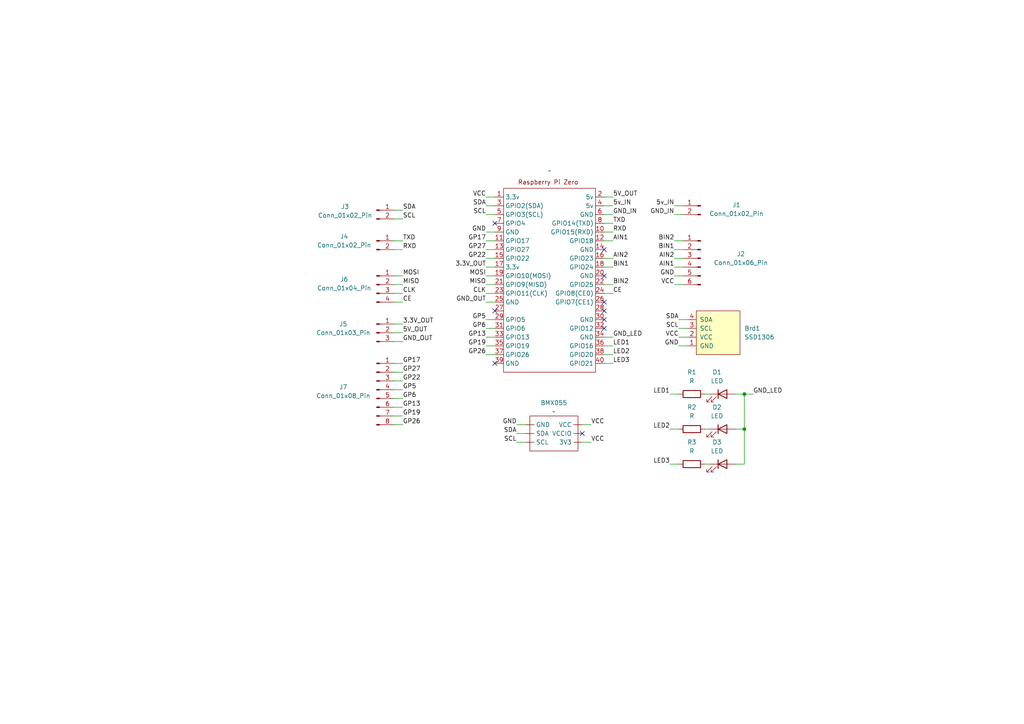
<source format=kicad_sch>
(kicad_sch
	(version 20231120)
	(generator "eeschema")
	(generator_version "8.0")
	(uuid "6edc34e8-cddb-4f4d-9695-086ee004de07")
	(paper "A4")
	(lib_symbols
		(symbol "Connector:Conn_01x02_Pin"
			(pin_names
				(offset 1.016) hide)
			(exclude_from_sim no)
			(in_bom yes)
			(on_board yes)
			(property "Reference" "J"
				(at 0 2.54 0)
				(effects
					(font
						(size 1.27 1.27)
					)
				)
			)
			(property "Value" "Conn_01x02_Pin"
				(at 0 -5.08 0)
				(effects
					(font
						(size 1.27 1.27)
					)
				)
			)
			(property "Footprint" ""
				(at 0 0 0)
				(effects
					(font
						(size 1.27 1.27)
					)
					(hide yes)
				)
			)
			(property "Datasheet" "~"
				(at 0 0 0)
				(effects
					(font
						(size 1.27 1.27)
					)
					(hide yes)
				)
			)
			(property "Description" "Generic connector, single row, 01x02, script generated"
				(at 0 0 0)
				(effects
					(font
						(size 1.27 1.27)
					)
					(hide yes)
				)
			)
			(property "ki_locked" ""
				(at 0 0 0)
				(effects
					(font
						(size 1.27 1.27)
					)
				)
			)
			(property "ki_keywords" "connector"
				(at 0 0 0)
				(effects
					(font
						(size 1.27 1.27)
					)
					(hide yes)
				)
			)
			(property "ki_fp_filters" "Connector*:*_1x??_*"
				(at 0 0 0)
				(effects
					(font
						(size 1.27 1.27)
					)
					(hide yes)
				)
			)
			(symbol "Conn_01x02_Pin_1_1"
				(polyline
					(pts
						(xy 1.27 -2.54) (xy 0.8636 -2.54)
					)
					(stroke
						(width 0.1524)
						(type default)
					)
					(fill
						(type none)
					)
				)
				(polyline
					(pts
						(xy 1.27 0) (xy 0.8636 0)
					)
					(stroke
						(width 0.1524)
						(type default)
					)
					(fill
						(type none)
					)
				)
				(rectangle
					(start 0.8636 -2.413)
					(end 0 -2.667)
					(stroke
						(width 0.1524)
						(type default)
					)
					(fill
						(type outline)
					)
				)
				(rectangle
					(start 0.8636 0.127)
					(end 0 -0.127)
					(stroke
						(width 0.1524)
						(type default)
					)
					(fill
						(type outline)
					)
				)
				(pin passive line
					(at 5.08 0 180)
					(length 3.81)
					(name "Pin_1"
						(effects
							(font
								(size 1.27 1.27)
							)
						)
					)
					(number "1"
						(effects
							(font
								(size 1.27 1.27)
							)
						)
					)
				)
				(pin passive line
					(at 5.08 -2.54 180)
					(length 3.81)
					(name "Pin_2"
						(effects
							(font
								(size 1.27 1.27)
							)
						)
					)
					(number "2"
						(effects
							(font
								(size 1.27 1.27)
							)
						)
					)
				)
			)
		)
		(symbol "Connector:Conn_01x03_Pin"
			(pin_names
				(offset 1.016) hide)
			(exclude_from_sim no)
			(in_bom yes)
			(on_board yes)
			(property "Reference" "J"
				(at 0 5.08 0)
				(effects
					(font
						(size 1.27 1.27)
					)
				)
			)
			(property "Value" "Conn_01x03_Pin"
				(at 0 -5.08 0)
				(effects
					(font
						(size 1.27 1.27)
					)
				)
			)
			(property "Footprint" ""
				(at 0 0 0)
				(effects
					(font
						(size 1.27 1.27)
					)
					(hide yes)
				)
			)
			(property "Datasheet" "~"
				(at 0 0 0)
				(effects
					(font
						(size 1.27 1.27)
					)
					(hide yes)
				)
			)
			(property "Description" "Generic connector, single row, 01x03, script generated"
				(at 0 0 0)
				(effects
					(font
						(size 1.27 1.27)
					)
					(hide yes)
				)
			)
			(property "ki_locked" ""
				(at 0 0 0)
				(effects
					(font
						(size 1.27 1.27)
					)
				)
			)
			(property "ki_keywords" "connector"
				(at 0 0 0)
				(effects
					(font
						(size 1.27 1.27)
					)
					(hide yes)
				)
			)
			(property "ki_fp_filters" "Connector*:*_1x??_*"
				(at 0 0 0)
				(effects
					(font
						(size 1.27 1.27)
					)
					(hide yes)
				)
			)
			(symbol "Conn_01x03_Pin_1_1"
				(polyline
					(pts
						(xy 1.27 -2.54) (xy 0.8636 -2.54)
					)
					(stroke
						(width 0.1524)
						(type default)
					)
					(fill
						(type none)
					)
				)
				(polyline
					(pts
						(xy 1.27 0) (xy 0.8636 0)
					)
					(stroke
						(width 0.1524)
						(type default)
					)
					(fill
						(type none)
					)
				)
				(polyline
					(pts
						(xy 1.27 2.54) (xy 0.8636 2.54)
					)
					(stroke
						(width 0.1524)
						(type default)
					)
					(fill
						(type none)
					)
				)
				(rectangle
					(start 0.8636 -2.413)
					(end 0 -2.667)
					(stroke
						(width 0.1524)
						(type default)
					)
					(fill
						(type outline)
					)
				)
				(rectangle
					(start 0.8636 0.127)
					(end 0 -0.127)
					(stroke
						(width 0.1524)
						(type default)
					)
					(fill
						(type outline)
					)
				)
				(rectangle
					(start 0.8636 2.667)
					(end 0 2.413)
					(stroke
						(width 0.1524)
						(type default)
					)
					(fill
						(type outline)
					)
				)
				(pin passive line
					(at 5.08 2.54 180)
					(length 3.81)
					(name "Pin_1"
						(effects
							(font
								(size 1.27 1.27)
							)
						)
					)
					(number "1"
						(effects
							(font
								(size 1.27 1.27)
							)
						)
					)
				)
				(pin passive line
					(at 5.08 0 180)
					(length 3.81)
					(name "Pin_2"
						(effects
							(font
								(size 1.27 1.27)
							)
						)
					)
					(number "2"
						(effects
							(font
								(size 1.27 1.27)
							)
						)
					)
				)
				(pin passive line
					(at 5.08 -2.54 180)
					(length 3.81)
					(name "Pin_3"
						(effects
							(font
								(size 1.27 1.27)
							)
						)
					)
					(number "3"
						(effects
							(font
								(size 1.27 1.27)
							)
						)
					)
				)
			)
		)
		(symbol "Connector:Conn_01x04_Pin"
			(pin_names
				(offset 1.016) hide)
			(exclude_from_sim no)
			(in_bom yes)
			(on_board yes)
			(property "Reference" "J"
				(at 0 5.08 0)
				(effects
					(font
						(size 1.27 1.27)
					)
				)
			)
			(property "Value" "Conn_01x04_Pin"
				(at 0 -7.62 0)
				(effects
					(font
						(size 1.27 1.27)
					)
				)
			)
			(property "Footprint" ""
				(at 0 0 0)
				(effects
					(font
						(size 1.27 1.27)
					)
					(hide yes)
				)
			)
			(property "Datasheet" "~"
				(at 0 0 0)
				(effects
					(font
						(size 1.27 1.27)
					)
					(hide yes)
				)
			)
			(property "Description" "Generic connector, single row, 01x04, script generated"
				(at 0 0 0)
				(effects
					(font
						(size 1.27 1.27)
					)
					(hide yes)
				)
			)
			(property "ki_locked" ""
				(at 0 0 0)
				(effects
					(font
						(size 1.27 1.27)
					)
				)
			)
			(property "ki_keywords" "connector"
				(at 0 0 0)
				(effects
					(font
						(size 1.27 1.27)
					)
					(hide yes)
				)
			)
			(property "ki_fp_filters" "Connector*:*_1x??_*"
				(at 0 0 0)
				(effects
					(font
						(size 1.27 1.27)
					)
					(hide yes)
				)
			)
			(symbol "Conn_01x04_Pin_1_1"
				(polyline
					(pts
						(xy 1.27 -5.08) (xy 0.8636 -5.08)
					)
					(stroke
						(width 0.1524)
						(type default)
					)
					(fill
						(type none)
					)
				)
				(polyline
					(pts
						(xy 1.27 -2.54) (xy 0.8636 -2.54)
					)
					(stroke
						(width 0.1524)
						(type default)
					)
					(fill
						(type none)
					)
				)
				(polyline
					(pts
						(xy 1.27 0) (xy 0.8636 0)
					)
					(stroke
						(width 0.1524)
						(type default)
					)
					(fill
						(type none)
					)
				)
				(polyline
					(pts
						(xy 1.27 2.54) (xy 0.8636 2.54)
					)
					(stroke
						(width 0.1524)
						(type default)
					)
					(fill
						(type none)
					)
				)
				(rectangle
					(start 0.8636 -4.953)
					(end 0 -5.207)
					(stroke
						(width 0.1524)
						(type default)
					)
					(fill
						(type outline)
					)
				)
				(rectangle
					(start 0.8636 -2.413)
					(end 0 -2.667)
					(stroke
						(width 0.1524)
						(type default)
					)
					(fill
						(type outline)
					)
				)
				(rectangle
					(start 0.8636 0.127)
					(end 0 -0.127)
					(stroke
						(width 0.1524)
						(type default)
					)
					(fill
						(type outline)
					)
				)
				(rectangle
					(start 0.8636 2.667)
					(end 0 2.413)
					(stroke
						(width 0.1524)
						(type default)
					)
					(fill
						(type outline)
					)
				)
				(pin passive line
					(at 5.08 2.54 180)
					(length 3.81)
					(name "Pin_1"
						(effects
							(font
								(size 1.27 1.27)
							)
						)
					)
					(number "1"
						(effects
							(font
								(size 1.27 1.27)
							)
						)
					)
				)
				(pin passive line
					(at 5.08 0 180)
					(length 3.81)
					(name "Pin_2"
						(effects
							(font
								(size 1.27 1.27)
							)
						)
					)
					(number "2"
						(effects
							(font
								(size 1.27 1.27)
							)
						)
					)
				)
				(pin passive line
					(at 5.08 -2.54 180)
					(length 3.81)
					(name "Pin_3"
						(effects
							(font
								(size 1.27 1.27)
							)
						)
					)
					(number "3"
						(effects
							(font
								(size 1.27 1.27)
							)
						)
					)
				)
				(pin passive line
					(at 5.08 -5.08 180)
					(length 3.81)
					(name "Pin_4"
						(effects
							(font
								(size 1.27 1.27)
							)
						)
					)
					(number "4"
						(effects
							(font
								(size 1.27 1.27)
							)
						)
					)
				)
			)
		)
		(symbol "Connector:Conn_01x06_Pin"
			(pin_names
				(offset 1.016) hide)
			(exclude_from_sim no)
			(in_bom yes)
			(on_board yes)
			(property "Reference" "J"
				(at 0 7.62 0)
				(effects
					(font
						(size 1.27 1.27)
					)
				)
			)
			(property "Value" "Conn_01x06_Pin"
				(at 0 -10.16 0)
				(effects
					(font
						(size 1.27 1.27)
					)
				)
			)
			(property "Footprint" ""
				(at 0 0 0)
				(effects
					(font
						(size 1.27 1.27)
					)
					(hide yes)
				)
			)
			(property "Datasheet" "~"
				(at 0 0 0)
				(effects
					(font
						(size 1.27 1.27)
					)
					(hide yes)
				)
			)
			(property "Description" "Generic connector, single row, 01x06, script generated"
				(at 0 0 0)
				(effects
					(font
						(size 1.27 1.27)
					)
					(hide yes)
				)
			)
			(property "ki_locked" ""
				(at 0 0 0)
				(effects
					(font
						(size 1.27 1.27)
					)
				)
			)
			(property "ki_keywords" "connector"
				(at 0 0 0)
				(effects
					(font
						(size 1.27 1.27)
					)
					(hide yes)
				)
			)
			(property "ki_fp_filters" "Connector*:*_1x??_*"
				(at 0 0 0)
				(effects
					(font
						(size 1.27 1.27)
					)
					(hide yes)
				)
			)
			(symbol "Conn_01x06_Pin_1_1"
				(polyline
					(pts
						(xy 1.27 -7.62) (xy 0.8636 -7.62)
					)
					(stroke
						(width 0.1524)
						(type default)
					)
					(fill
						(type none)
					)
				)
				(polyline
					(pts
						(xy 1.27 -5.08) (xy 0.8636 -5.08)
					)
					(stroke
						(width 0.1524)
						(type default)
					)
					(fill
						(type none)
					)
				)
				(polyline
					(pts
						(xy 1.27 -2.54) (xy 0.8636 -2.54)
					)
					(stroke
						(width 0.1524)
						(type default)
					)
					(fill
						(type none)
					)
				)
				(polyline
					(pts
						(xy 1.27 0) (xy 0.8636 0)
					)
					(stroke
						(width 0.1524)
						(type default)
					)
					(fill
						(type none)
					)
				)
				(polyline
					(pts
						(xy 1.27 2.54) (xy 0.8636 2.54)
					)
					(stroke
						(width 0.1524)
						(type default)
					)
					(fill
						(type none)
					)
				)
				(polyline
					(pts
						(xy 1.27 5.08) (xy 0.8636 5.08)
					)
					(stroke
						(width 0.1524)
						(type default)
					)
					(fill
						(type none)
					)
				)
				(rectangle
					(start 0.8636 -7.493)
					(end 0 -7.747)
					(stroke
						(width 0.1524)
						(type default)
					)
					(fill
						(type outline)
					)
				)
				(rectangle
					(start 0.8636 -4.953)
					(end 0 -5.207)
					(stroke
						(width 0.1524)
						(type default)
					)
					(fill
						(type outline)
					)
				)
				(rectangle
					(start 0.8636 -2.413)
					(end 0 -2.667)
					(stroke
						(width 0.1524)
						(type default)
					)
					(fill
						(type outline)
					)
				)
				(rectangle
					(start 0.8636 0.127)
					(end 0 -0.127)
					(stroke
						(width 0.1524)
						(type default)
					)
					(fill
						(type outline)
					)
				)
				(rectangle
					(start 0.8636 2.667)
					(end 0 2.413)
					(stroke
						(width 0.1524)
						(type default)
					)
					(fill
						(type outline)
					)
				)
				(rectangle
					(start 0.8636 5.207)
					(end 0 4.953)
					(stroke
						(width 0.1524)
						(type default)
					)
					(fill
						(type outline)
					)
				)
				(pin passive line
					(at 5.08 5.08 180)
					(length 3.81)
					(name "Pin_1"
						(effects
							(font
								(size 1.27 1.27)
							)
						)
					)
					(number "1"
						(effects
							(font
								(size 1.27 1.27)
							)
						)
					)
				)
				(pin passive line
					(at 5.08 2.54 180)
					(length 3.81)
					(name "Pin_2"
						(effects
							(font
								(size 1.27 1.27)
							)
						)
					)
					(number "2"
						(effects
							(font
								(size 1.27 1.27)
							)
						)
					)
				)
				(pin passive line
					(at 5.08 0 180)
					(length 3.81)
					(name "Pin_3"
						(effects
							(font
								(size 1.27 1.27)
							)
						)
					)
					(number "3"
						(effects
							(font
								(size 1.27 1.27)
							)
						)
					)
				)
				(pin passive line
					(at 5.08 -2.54 180)
					(length 3.81)
					(name "Pin_4"
						(effects
							(font
								(size 1.27 1.27)
							)
						)
					)
					(number "4"
						(effects
							(font
								(size 1.27 1.27)
							)
						)
					)
				)
				(pin passive line
					(at 5.08 -5.08 180)
					(length 3.81)
					(name "Pin_5"
						(effects
							(font
								(size 1.27 1.27)
							)
						)
					)
					(number "5"
						(effects
							(font
								(size 1.27 1.27)
							)
						)
					)
				)
				(pin passive line
					(at 5.08 -7.62 180)
					(length 3.81)
					(name "Pin_6"
						(effects
							(font
								(size 1.27 1.27)
							)
						)
					)
					(number "6"
						(effects
							(font
								(size 1.27 1.27)
							)
						)
					)
				)
			)
		)
		(symbol "Connector:Conn_01x08_Pin"
			(pin_names
				(offset 1.016) hide)
			(exclude_from_sim no)
			(in_bom yes)
			(on_board yes)
			(property "Reference" "J"
				(at 0 10.16 0)
				(effects
					(font
						(size 1.27 1.27)
					)
				)
			)
			(property "Value" "Conn_01x08_Pin"
				(at 0 -12.7 0)
				(effects
					(font
						(size 1.27 1.27)
					)
				)
			)
			(property "Footprint" ""
				(at 0 0 0)
				(effects
					(font
						(size 1.27 1.27)
					)
					(hide yes)
				)
			)
			(property "Datasheet" "~"
				(at 0 0 0)
				(effects
					(font
						(size 1.27 1.27)
					)
					(hide yes)
				)
			)
			(property "Description" "Generic connector, single row, 01x08, script generated"
				(at 0 0 0)
				(effects
					(font
						(size 1.27 1.27)
					)
					(hide yes)
				)
			)
			(property "ki_locked" ""
				(at 0 0 0)
				(effects
					(font
						(size 1.27 1.27)
					)
				)
			)
			(property "ki_keywords" "connector"
				(at 0 0 0)
				(effects
					(font
						(size 1.27 1.27)
					)
					(hide yes)
				)
			)
			(property "ki_fp_filters" "Connector*:*_1x??_*"
				(at 0 0 0)
				(effects
					(font
						(size 1.27 1.27)
					)
					(hide yes)
				)
			)
			(symbol "Conn_01x08_Pin_1_1"
				(polyline
					(pts
						(xy 1.27 -10.16) (xy 0.8636 -10.16)
					)
					(stroke
						(width 0.1524)
						(type default)
					)
					(fill
						(type none)
					)
				)
				(polyline
					(pts
						(xy 1.27 -7.62) (xy 0.8636 -7.62)
					)
					(stroke
						(width 0.1524)
						(type default)
					)
					(fill
						(type none)
					)
				)
				(polyline
					(pts
						(xy 1.27 -5.08) (xy 0.8636 -5.08)
					)
					(stroke
						(width 0.1524)
						(type default)
					)
					(fill
						(type none)
					)
				)
				(polyline
					(pts
						(xy 1.27 -2.54) (xy 0.8636 -2.54)
					)
					(stroke
						(width 0.1524)
						(type default)
					)
					(fill
						(type none)
					)
				)
				(polyline
					(pts
						(xy 1.27 0) (xy 0.8636 0)
					)
					(stroke
						(width 0.1524)
						(type default)
					)
					(fill
						(type none)
					)
				)
				(polyline
					(pts
						(xy 1.27 2.54) (xy 0.8636 2.54)
					)
					(stroke
						(width 0.1524)
						(type default)
					)
					(fill
						(type none)
					)
				)
				(polyline
					(pts
						(xy 1.27 5.08) (xy 0.8636 5.08)
					)
					(stroke
						(width 0.1524)
						(type default)
					)
					(fill
						(type none)
					)
				)
				(polyline
					(pts
						(xy 1.27 7.62) (xy 0.8636 7.62)
					)
					(stroke
						(width 0.1524)
						(type default)
					)
					(fill
						(type none)
					)
				)
				(rectangle
					(start 0.8636 -10.033)
					(end 0 -10.287)
					(stroke
						(width 0.1524)
						(type default)
					)
					(fill
						(type outline)
					)
				)
				(rectangle
					(start 0.8636 -7.493)
					(end 0 -7.747)
					(stroke
						(width 0.1524)
						(type default)
					)
					(fill
						(type outline)
					)
				)
				(rectangle
					(start 0.8636 -4.953)
					(end 0 -5.207)
					(stroke
						(width 0.1524)
						(type default)
					)
					(fill
						(type outline)
					)
				)
				(rectangle
					(start 0.8636 -2.413)
					(end 0 -2.667)
					(stroke
						(width 0.1524)
						(type default)
					)
					(fill
						(type outline)
					)
				)
				(rectangle
					(start 0.8636 0.127)
					(end 0 -0.127)
					(stroke
						(width 0.1524)
						(type default)
					)
					(fill
						(type outline)
					)
				)
				(rectangle
					(start 0.8636 2.667)
					(end 0 2.413)
					(stroke
						(width 0.1524)
						(type default)
					)
					(fill
						(type outline)
					)
				)
				(rectangle
					(start 0.8636 5.207)
					(end 0 4.953)
					(stroke
						(width 0.1524)
						(type default)
					)
					(fill
						(type outline)
					)
				)
				(rectangle
					(start 0.8636 7.747)
					(end 0 7.493)
					(stroke
						(width 0.1524)
						(type default)
					)
					(fill
						(type outline)
					)
				)
				(pin passive line
					(at 5.08 7.62 180)
					(length 3.81)
					(name "Pin_1"
						(effects
							(font
								(size 1.27 1.27)
							)
						)
					)
					(number "1"
						(effects
							(font
								(size 1.27 1.27)
							)
						)
					)
				)
				(pin passive line
					(at 5.08 5.08 180)
					(length 3.81)
					(name "Pin_2"
						(effects
							(font
								(size 1.27 1.27)
							)
						)
					)
					(number "2"
						(effects
							(font
								(size 1.27 1.27)
							)
						)
					)
				)
				(pin passive line
					(at 5.08 2.54 180)
					(length 3.81)
					(name "Pin_3"
						(effects
							(font
								(size 1.27 1.27)
							)
						)
					)
					(number "3"
						(effects
							(font
								(size 1.27 1.27)
							)
						)
					)
				)
				(pin passive line
					(at 5.08 0 180)
					(length 3.81)
					(name "Pin_4"
						(effects
							(font
								(size 1.27 1.27)
							)
						)
					)
					(number "4"
						(effects
							(font
								(size 1.27 1.27)
							)
						)
					)
				)
				(pin passive line
					(at 5.08 -2.54 180)
					(length 3.81)
					(name "Pin_5"
						(effects
							(font
								(size 1.27 1.27)
							)
						)
					)
					(number "5"
						(effects
							(font
								(size 1.27 1.27)
							)
						)
					)
				)
				(pin passive line
					(at 5.08 -5.08 180)
					(length 3.81)
					(name "Pin_6"
						(effects
							(font
								(size 1.27 1.27)
							)
						)
					)
					(number "6"
						(effects
							(font
								(size 1.27 1.27)
							)
						)
					)
				)
				(pin passive line
					(at 5.08 -7.62 180)
					(length 3.81)
					(name "Pin_7"
						(effects
							(font
								(size 1.27 1.27)
							)
						)
					)
					(number "7"
						(effects
							(font
								(size 1.27 1.27)
							)
						)
					)
				)
				(pin passive line
					(at 5.08 -10.16 180)
					(length 3.81)
					(name "Pin_8"
						(effects
							(font
								(size 1.27 1.27)
							)
						)
					)
					(number "8"
						(effects
							(font
								(size 1.27 1.27)
							)
						)
					)
				)
			)
		)
		(symbol "Device:LED"
			(pin_numbers hide)
			(pin_names
				(offset 1.016) hide)
			(exclude_from_sim no)
			(in_bom yes)
			(on_board yes)
			(property "Reference" "D"
				(at 0 2.54 0)
				(effects
					(font
						(size 1.27 1.27)
					)
				)
			)
			(property "Value" "LED"
				(at 0 -2.54 0)
				(effects
					(font
						(size 1.27 1.27)
					)
				)
			)
			(property "Footprint" ""
				(at 0 0 0)
				(effects
					(font
						(size 1.27 1.27)
					)
					(hide yes)
				)
			)
			(property "Datasheet" "~"
				(at 0 0 0)
				(effects
					(font
						(size 1.27 1.27)
					)
					(hide yes)
				)
			)
			(property "Description" "Light emitting diode"
				(at 0 0 0)
				(effects
					(font
						(size 1.27 1.27)
					)
					(hide yes)
				)
			)
			(property "ki_keywords" "LED diode"
				(at 0 0 0)
				(effects
					(font
						(size 1.27 1.27)
					)
					(hide yes)
				)
			)
			(property "ki_fp_filters" "LED* LED_SMD:* LED_THT:*"
				(at 0 0 0)
				(effects
					(font
						(size 1.27 1.27)
					)
					(hide yes)
				)
			)
			(symbol "LED_0_1"
				(polyline
					(pts
						(xy -1.27 -1.27) (xy -1.27 1.27)
					)
					(stroke
						(width 0.254)
						(type default)
					)
					(fill
						(type none)
					)
				)
				(polyline
					(pts
						(xy -1.27 0) (xy 1.27 0)
					)
					(stroke
						(width 0)
						(type default)
					)
					(fill
						(type none)
					)
				)
				(polyline
					(pts
						(xy 1.27 -1.27) (xy 1.27 1.27) (xy -1.27 0) (xy 1.27 -1.27)
					)
					(stroke
						(width 0.254)
						(type default)
					)
					(fill
						(type none)
					)
				)
				(polyline
					(pts
						(xy -3.048 -0.762) (xy -4.572 -2.286) (xy -3.81 -2.286) (xy -4.572 -2.286) (xy -4.572 -1.524)
					)
					(stroke
						(width 0)
						(type default)
					)
					(fill
						(type none)
					)
				)
				(polyline
					(pts
						(xy -1.778 -0.762) (xy -3.302 -2.286) (xy -2.54 -2.286) (xy -3.302 -2.286) (xy -3.302 -1.524)
					)
					(stroke
						(width 0)
						(type default)
					)
					(fill
						(type none)
					)
				)
			)
			(symbol "LED_1_1"
				(pin passive line
					(at -3.81 0 0)
					(length 2.54)
					(name "K"
						(effects
							(font
								(size 1.27 1.27)
							)
						)
					)
					(number "1"
						(effects
							(font
								(size 1.27 1.27)
							)
						)
					)
				)
				(pin passive line
					(at 3.81 0 180)
					(length 2.54)
					(name "A"
						(effects
							(font
								(size 1.27 1.27)
							)
						)
					)
					(number "2"
						(effects
							(font
								(size 1.27 1.27)
							)
						)
					)
				)
			)
		)
		(symbol "Device:R"
			(pin_numbers hide)
			(pin_names
				(offset 0)
			)
			(exclude_from_sim no)
			(in_bom yes)
			(on_board yes)
			(property "Reference" "R"
				(at 2.032 0 90)
				(effects
					(font
						(size 1.27 1.27)
					)
				)
			)
			(property "Value" "R"
				(at 0 0 90)
				(effects
					(font
						(size 1.27 1.27)
					)
				)
			)
			(property "Footprint" ""
				(at -1.778 0 90)
				(effects
					(font
						(size 1.27 1.27)
					)
					(hide yes)
				)
			)
			(property "Datasheet" "~"
				(at 0 0 0)
				(effects
					(font
						(size 1.27 1.27)
					)
					(hide yes)
				)
			)
			(property "Description" "Resistor"
				(at 0 0 0)
				(effects
					(font
						(size 1.27 1.27)
					)
					(hide yes)
				)
			)
			(property "ki_keywords" "R res resistor"
				(at 0 0 0)
				(effects
					(font
						(size 1.27 1.27)
					)
					(hide yes)
				)
			)
			(property "ki_fp_filters" "R_*"
				(at 0 0 0)
				(effects
					(font
						(size 1.27 1.27)
					)
					(hide yes)
				)
			)
			(symbol "R_0_1"
				(rectangle
					(start -1.016 -2.54)
					(end 1.016 2.54)
					(stroke
						(width 0.254)
						(type default)
					)
					(fill
						(type none)
					)
				)
			)
			(symbol "R_1_1"
				(pin passive line
					(at 0 3.81 270)
					(length 1.27)
					(name "~"
						(effects
							(font
								(size 1.27 1.27)
							)
						)
					)
					(number "1"
						(effects
							(font
								(size 1.27 1.27)
							)
						)
					)
				)
				(pin passive line
					(at 0 -3.81 90)
					(length 1.27)
					(name "~"
						(effects
							(font
								(size 1.27 1.27)
							)
						)
					)
					(number "2"
						(effects
							(font
								(size 1.27 1.27)
							)
						)
					)
				)
			)
		)
		(symbol "Raspberry pi:Raspberry_Pi_Zero"
			(exclude_from_sim no)
			(in_bom yes)
			(on_board yes)
			(property "Reference" "u"
				(at -11.938 8.89 0)
				(effects
					(font
						(size 1.27 1.27)
					)
					(hide yes)
				)
			)
			(property "Value" ""
				(at -5.588 4.318 0)
				(effects
					(font
						(size 1.27 1.27)
					)
				)
			)
			(property "Footprint" ""
				(at -5.588 4.318 0)
				(effects
					(font
						(size 1.27 1.27)
					)
					(hide yes)
				)
			)
			(property "Datasheet" ""
				(at -5.588 4.318 0)
				(effects
					(font
						(size 1.27 1.27)
					)
					(hide yes)
				)
			)
			(property "Description" ""
				(at -5.588 4.318 0)
				(effects
					(font
						(size 1.27 1.27)
					)
					(hide yes)
				)
			)
			(symbol "Raspberry_Pi_Zero_1_1"
				(rectangle
					(start 0 12.7)
					(end 26.67 -40.64)
					(stroke
						(width 0)
						(type default)
					)
					(fill
						(type none)
					)
				)
				(text "Raspberry Pi Zero"
					(at 12.954 14.478 0)
					(effects
						(font
							(size 1.27 1.27)
						)
					)
				)
				(pin output line
					(at -2.54 10.16 0)
					(length 2.54)
					(name "3.3v"
						(effects
							(font
								(size 1.27 1.27)
							)
						)
					)
					(number "1"
						(effects
							(font
								(size 1.27 1.27)
							)
						)
					)
				)
				(pin output line
					(at 29.21 0 180)
					(length 2.54)
					(name "GPIO15(RXD)"
						(effects
							(font
								(size 1.27 1.27)
							)
						)
					)
					(number "10"
						(effects
							(font
								(size 1.27 1.27)
							)
						)
					)
				)
				(pin output line
					(at -2.54 -2.54 0)
					(length 2.54)
					(name "GPIO17"
						(effects
							(font
								(size 1.27 1.27)
							)
						)
					)
					(number "11"
						(effects
							(font
								(size 1.27 1.27)
							)
						)
					)
				)
				(pin output line
					(at 29.21 -2.54 180)
					(length 2.54)
					(name "GPIO18"
						(effects
							(font
								(size 1.27 1.27)
							)
						)
					)
					(number "12"
						(effects
							(font
								(size 1.27 1.27)
							)
						)
					)
				)
				(pin output line
					(at -2.54 -5.08 0)
					(length 2.54)
					(name "GPIO27"
						(effects
							(font
								(size 1.27 1.27)
							)
						)
					)
					(number "13"
						(effects
							(font
								(size 1.27 1.27)
							)
						)
					)
				)
				(pin output line
					(at 29.21 -5.08 180)
					(length 2.54)
					(name "GND"
						(effects
							(font
								(size 1.27 1.27)
							)
						)
					)
					(number "14"
						(effects
							(font
								(size 1.27 1.27)
							)
						)
					)
				)
				(pin output line
					(at -2.54 -7.62 0)
					(length 2.54)
					(name "GPIO22"
						(effects
							(font
								(size 1.27 1.27)
							)
						)
					)
					(number "15"
						(effects
							(font
								(size 1.27 1.27)
							)
						)
					)
				)
				(pin output line
					(at 29.21 -7.62 180)
					(length 2.54)
					(name "GPIO23"
						(effects
							(font
								(size 1.27 1.27)
							)
						)
					)
					(number "16"
						(effects
							(font
								(size 1.27 1.27)
							)
						)
					)
				)
				(pin output line
					(at -2.54 -10.16 0)
					(length 2.54)
					(name "3.3v"
						(effects
							(font
								(size 1.27 1.27)
							)
						)
					)
					(number "17"
						(effects
							(font
								(size 1.27 1.27)
							)
						)
					)
				)
				(pin output line
					(at 29.21 -10.16 180)
					(length 2.54)
					(name "GPIO24"
						(effects
							(font
								(size 1.27 1.27)
							)
						)
					)
					(number "18"
						(effects
							(font
								(size 1.27 1.27)
							)
						)
					)
				)
				(pin output line
					(at -2.54 -12.7 0)
					(length 2.54)
					(name "GPIO10(MOSI)"
						(effects
							(font
								(size 1.27 1.27)
							)
						)
					)
					(number "19"
						(effects
							(font
								(size 1.27 1.27)
							)
						)
					)
				)
				(pin output line
					(at 29.21 10.16 180)
					(length 2.54)
					(name "5v"
						(effects
							(font
								(size 1.27 1.27)
							)
						)
					)
					(number "2"
						(effects
							(font
								(size 1.27 1.27)
							)
						)
					)
				)
				(pin output line
					(at 29.21 -12.7 180)
					(length 2.54)
					(name "GND"
						(effects
							(font
								(size 1.27 1.27)
							)
						)
					)
					(number "20"
						(effects
							(font
								(size 1.27 1.27)
							)
						)
					)
				)
				(pin output line
					(at -2.54 -15.24 0)
					(length 2.54)
					(name "GPIO9(MISO)"
						(effects
							(font
								(size 1.27 1.27)
							)
						)
					)
					(number "21"
						(effects
							(font
								(size 1.27 1.27)
							)
						)
					)
				)
				(pin output line
					(at 29.21 -15.24 180)
					(length 2.54)
					(name "GPIO25"
						(effects
							(font
								(size 1.27 1.27)
							)
						)
					)
					(number "22"
						(effects
							(font
								(size 1.27 1.27)
							)
						)
					)
				)
				(pin output line
					(at -2.54 -17.78 0)
					(length 2.54)
					(name "GPIO11(CLK)"
						(effects
							(font
								(size 1.27 1.27)
							)
						)
					)
					(number "23"
						(effects
							(font
								(size 1.27 1.27)
							)
						)
					)
				)
				(pin output line
					(at 29.21 -17.78 180)
					(length 2.54)
					(name "GPIO8(CE0)"
						(effects
							(font
								(size 1.27 1.27)
							)
						)
					)
					(number "24"
						(effects
							(font
								(size 1.27 1.27)
							)
						)
					)
				)
				(pin output line
					(at -2.54 -20.32 0)
					(length 2.54)
					(name "GND"
						(effects
							(font
								(size 1.27 1.27)
							)
						)
					)
					(number "25"
						(effects
							(font
								(size 1.27 1.27)
							)
						)
					)
				)
				(pin output line
					(at 29.21 -20.32 180)
					(length 2.54)
					(name "GPIO7(CE1)"
						(effects
							(font
								(size 1.27 1.27)
							)
						)
					)
					(number "26"
						(effects
							(font
								(size 1.27 1.27)
							)
						)
					)
				)
				(pin output line
					(at -2.54 -22.86 0)
					(length 2.54)
					(name ""
						(effects
							(font
								(size 1.27 1.27)
							)
						)
					)
					(number "27"
						(effects
							(font
								(size 1.27 1.27)
							)
						)
					)
				)
				(pin output line
					(at 29.21 -22.86 180)
					(length 2.54)
					(name ""
						(effects
							(font
								(size 1.27 1.27)
							)
						)
					)
					(number "28"
						(effects
							(font
								(size 1.27 1.27)
							)
						)
					)
				)
				(pin output line
					(at -2.54 -25.4 0)
					(length 2.54)
					(name "GPIO5"
						(effects
							(font
								(size 1.27 1.27)
							)
						)
					)
					(number "29"
						(effects
							(font
								(size 1.27 1.27)
							)
						)
					)
				)
				(pin output line
					(at -2.54 7.62 0)
					(length 2.54)
					(name "GPIO2(SDA)"
						(effects
							(font
								(size 1.27 1.27)
							)
						)
					)
					(number "3"
						(effects
							(font
								(size 1.27 1.27)
							)
						)
					)
				)
				(pin output line
					(at 29.21 -25.4 180)
					(length 2.54)
					(name "GND"
						(effects
							(font
								(size 1.27 1.27)
							)
						)
					)
					(number "30"
						(effects
							(font
								(size 1.27 1.27)
							)
						)
					)
				)
				(pin output line
					(at -2.54 -27.94 0)
					(length 2.54)
					(name "GPIO6"
						(effects
							(font
								(size 1.27 1.27)
							)
						)
					)
					(number "31"
						(effects
							(font
								(size 1.27 1.27)
							)
						)
					)
				)
				(pin output line
					(at 29.21 -27.94 180)
					(length 2.54)
					(name "GPIO12"
						(effects
							(font
								(size 1.27 1.27)
							)
						)
					)
					(number "32"
						(effects
							(font
								(size 1.27 1.27)
							)
						)
					)
				)
				(pin output line
					(at -2.54 -30.48 0)
					(length 2.54)
					(name "GPIO13"
						(effects
							(font
								(size 1.27 1.27)
							)
						)
					)
					(number "33"
						(effects
							(font
								(size 1.27 1.27)
							)
						)
					)
				)
				(pin output line
					(at 29.21 -30.48 180)
					(length 2.54)
					(name "GND"
						(effects
							(font
								(size 1.27 1.27)
							)
						)
					)
					(number "34"
						(effects
							(font
								(size 1.27 1.27)
							)
						)
					)
				)
				(pin output line
					(at -2.54 -33.02 0)
					(length 2.54)
					(name "GPIO19"
						(effects
							(font
								(size 1.27 1.27)
							)
						)
					)
					(number "35"
						(effects
							(font
								(size 1.27 1.27)
							)
						)
					)
				)
				(pin output line
					(at 29.21 -33.02 180)
					(length 2.54)
					(name "GPIO16"
						(effects
							(font
								(size 1.27 1.27)
							)
						)
					)
					(number "36"
						(effects
							(font
								(size 1.27 1.27)
							)
						)
					)
				)
				(pin output line
					(at -2.54 -35.56 0)
					(length 2.54)
					(name "GPIO26"
						(effects
							(font
								(size 1.27 1.27)
							)
						)
					)
					(number "37"
						(effects
							(font
								(size 1.27 1.27)
							)
						)
					)
				)
				(pin output line
					(at 29.21 -35.56 180)
					(length 2.54)
					(name "GPIO20"
						(effects
							(font
								(size 1.27 1.27)
							)
						)
					)
					(number "38"
						(effects
							(font
								(size 1.27 1.27)
							)
						)
					)
				)
				(pin output line
					(at -2.54 -38.1 0)
					(length 2.54)
					(name "GND"
						(effects
							(font
								(size 1.27 1.27)
							)
						)
					)
					(number "39"
						(effects
							(font
								(size 1.27 1.27)
							)
						)
					)
				)
				(pin output line
					(at 29.21 7.62 180)
					(length 2.54)
					(name "5v"
						(effects
							(font
								(size 1.27 1.27)
							)
						)
					)
					(number "4"
						(effects
							(font
								(size 1.27 1.27)
							)
						)
					)
				)
				(pin output line
					(at 29.21 -38.1 180)
					(length 2.54)
					(name "GPIO21"
						(effects
							(font
								(size 1.27 1.27)
							)
						)
					)
					(number "40"
						(effects
							(font
								(size 1.27 1.27)
							)
						)
					)
				)
				(pin output line
					(at -2.54 5.08 0)
					(length 2.54)
					(name "GPIO3(SCL)"
						(effects
							(font
								(size 1.27 1.27)
							)
						)
					)
					(number "5"
						(effects
							(font
								(size 1.27 1.27)
							)
						)
					)
				)
				(pin output line
					(at 29.21 5.08 180)
					(length 2.54)
					(name "GND"
						(effects
							(font
								(size 1.27 1.27)
							)
						)
					)
					(number "6"
						(effects
							(font
								(size 1.27 1.27)
							)
						)
					)
				)
				(pin output line
					(at -2.54 2.54 0)
					(length 2.54)
					(name "GPIO4"
						(effects
							(font
								(size 1.27 1.27)
							)
						)
					)
					(number "7"
						(effects
							(font
								(size 1.27 1.27)
							)
						)
					)
				)
				(pin output line
					(at 29.21 2.54 180)
					(length 2.54)
					(name "GPIO14(TXD)"
						(effects
							(font
								(size 1.27 1.27)
							)
						)
					)
					(number "8"
						(effects
							(font
								(size 1.27 1.27)
							)
						)
					)
				)
				(pin output line
					(at -2.54 0 0)
					(length 2.54)
					(name "GND"
						(effects
							(font
								(size 1.27 1.27)
							)
						)
					)
					(number "9"
						(effects
							(font
								(size 1.27 1.27)
							)
						)
					)
				)
			)
		)
		(symbol "SSD1306-128x64_OLED:SSD1306"
			(pin_names
				(offset 1.016)
			)
			(exclude_from_sim no)
			(in_bom yes)
			(on_board yes)
			(property "Reference" "Brd"
				(at 0 -3.81 0)
				(effects
					(font
						(size 1.27 1.27)
					)
				)
			)
			(property "Value" "SSD1306"
				(at 0 -1.27 0)
				(effects
					(font
						(size 1.27 1.27)
					)
				)
			)
			(property "Footprint" "SSD1306:128x64OLED"
				(at 0 6.35 0)
				(effects
					(font
						(size 1.27 1.27)
					)
					(hide yes)
				)
			)
			(property "Datasheet" ""
				(at 0 6.35 0)
				(effects
					(font
						(size 1.27 1.27)
					)
					(hide yes)
				)
			)
			(property "Description" "SSD1306 OLED"
				(at 0 0 0)
				(effects
					(font
						(size 1.27 1.27)
					)
					(hide yes)
				)
			)
			(property "ki_keywords" "SSD1306"
				(at 0 0 0)
				(effects
					(font
						(size 1.27 1.27)
					)
					(hide yes)
				)
			)
			(property "ki_fp_filters" "SSD1306-128x64_OLED:SSD1306"
				(at 0 0 0)
				(effects
					(font
						(size 1.27 1.27)
					)
					(hide yes)
				)
			)
			(symbol "SSD1306_0_1"
				(rectangle
					(start -6.35 6.35)
					(end 6.35 -6.35)
					(stroke
						(width 0)
						(type solid)
					)
					(fill
						(type background)
					)
				)
			)
			(symbol "SSD1306_1_1"
				(pin input line
					(at -3.81 8.89 270)
					(length 2.54)
					(name "GND"
						(effects
							(font
								(size 1.27 1.27)
							)
						)
					)
					(number "1"
						(effects
							(font
								(size 1.27 1.27)
							)
						)
					)
				)
				(pin input line
					(at -1.27 8.89 270)
					(length 2.54)
					(name "VCC"
						(effects
							(font
								(size 1.27 1.27)
							)
						)
					)
					(number "2"
						(effects
							(font
								(size 1.27 1.27)
							)
						)
					)
				)
				(pin input line
					(at 1.27 8.89 270)
					(length 2.54)
					(name "SCL"
						(effects
							(font
								(size 1.27 1.27)
							)
						)
					)
					(number "3"
						(effects
							(font
								(size 1.27 1.27)
							)
						)
					)
				)
				(pin input line
					(at 3.81 8.89 270)
					(length 2.54)
					(name "SDA"
						(effects
							(font
								(size 1.27 1.27)
							)
						)
					)
					(number "4"
						(effects
							(font
								(size 1.27 1.27)
							)
						)
					)
				)
			)
		)
		(symbol "my_symble:BMX055"
			(exclude_from_sim no)
			(in_bom yes)
			(on_board yes)
			(property "Reference" "U"
				(at -3.556 5.334 0)
				(effects
					(font
						(size 1.27 1.27)
					)
				)
			)
			(property "Value" ""
				(at 0 0 0)
				(effects
					(font
						(size 1.27 1.27)
					)
				)
			)
			(property "Footprint" ""
				(at 0 0 0)
				(effects
					(font
						(size 1.27 1.27)
					)
					(hide yes)
				)
			)
			(property "Datasheet" ""
				(at 0 0 0)
				(effects
					(font
						(size 1.27 1.27)
					)
					(hide yes)
				)
			)
			(property "Description" ""
				(at 0 0 0)
				(effects
					(font
						(size 1.27 1.27)
					)
					(hide yes)
				)
			)
			(symbol "BMX055_0_1"
				(rectangle
					(start 1.27 5.08)
					(end 15.24 -5.08)
					(stroke
						(width 0)
						(type default)
					)
					(fill
						(type none)
					)
				)
			)
			(symbol "BMX055_1_1"
				(pin input line
					(at 16.51 -2.54 180)
					(length 2.54)
					(name "3V3"
						(effects
							(font
								(size 1.27 1.27)
							)
						)
					)
					(number ""
						(effects
							(font
								(size 1.27 1.27)
							)
						)
					)
				)
				(pin input line
					(at 0 2.54 0)
					(length 2.54)
					(name "GND"
						(effects
							(font
								(size 1.27 1.27)
							)
						)
					)
					(number ""
						(effects
							(font
								(size 1.27 1.27)
							)
						)
					)
				)
				(pin input line
					(at 0 -2.54 0)
					(length 2.54)
					(name "SCL"
						(effects
							(font
								(size 1.27 1.27)
							)
						)
					)
					(number ""
						(effects
							(font
								(size 1.27 1.27)
							)
						)
					)
				)
				(pin input line
					(at 0 0 0)
					(length 2.54)
					(name "SDA"
						(effects
							(font
								(size 1.27 1.27)
							)
						)
					)
					(number ""
						(effects
							(font
								(size 1.27 1.27)
							)
						)
					)
				)
				(pin input line
					(at 16.51 2.54 180)
					(length 2.54)
					(name "VCC"
						(effects
							(font
								(size 1.27 1.27)
							)
						)
					)
					(number ""
						(effects
							(font
								(size 1.27 1.27)
							)
						)
					)
				)
				(pin input line
					(at 16.51 0 180)
					(length 2.54)
					(name "VCCIO"
						(effects
							(font
								(size 1.27 1.27)
							)
						)
					)
					(number ""
						(effects
							(font
								(size 1.27 1.27)
							)
						)
					)
				)
			)
		)
	)
	(junction
		(at 215.9 124.46)
		(diameter 0)
		(color 0 0 0 0)
		(uuid "28895ac0-a842-4e4d-a614-6b280f51bc09")
	)
	(junction
		(at 215.9 114.3)
		(diameter 0)
		(color 0 0 0 0)
		(uuid "672a1e9d-5827-4fa3-a08e-bee33fa2d72b")
	)
	(no_connect
		(at 175.26 92.71)
		(uuid "3f2189d0-a487-455c-a90e-f69a007c67f5")
	)
	(no_connect
		(at 143.51 105.41)
		(uuid "43c2d146-5ddb-4262-b338-470e7a16ecde")
	)
	(no_connect
		(at 143.51 64.77)
		(uuid "5d5349f9-3b58-434c-bb14-c4e495b03864")
	)
	(no_connect
		(at 175.26 90.17)
		(uuid "7001f1ca-53dc-4ba6-983d-c730d53738f7")
	)
	(no_connect
		(at 175.26 80.01)
		(uuid "74294a1c-1948-4f2e-b6ab-da36a72c4070")
	)
	(no_connect
		(at 175.26 87.63)
		(uuid "90201f2d-0591-4d12-be93-1d8c4588e881")
	)
	(no_connect
		(at 168.91 125.73)
		(uuid "91681dba-39a4-4fd7-8d14-1666dc30e99a")
	)
	(no_connect
		(at 175.26 95.25)
		(uuid "a54e1d63-76f8-4b87-b4e6-21e83be16fd7")
	)
	(no_connect
		(at 175.26 72.39)
		(uuid "e7a72689-974f-4cc7-95bc-37fbaa427170")
	)
	(no_connect
		(at 143.51 90.17)
		(uuid "f3e89b9b-b0c0-45cc-9777-46559b80edc6")
	)
	(wire
		(pts
			(xy 195.58 77.47) (xy 198.12 77.47)
		)
		(stroke
			(width 0)
			(type default)
		)
		(uuid "01b5ddd9-be0f-429a-ba23-593be5c1162a")
	)
	(wire
		(pts
			(xy 140.97 77.47) (xy 143.51 77.47)
		)
		(stroke
			(width 0)
			(type default)
		)
		(uuid "02be80ec-2453-4a2c-97e7-9d7cbb9bd7d1")
	)
	(wire
		(pts
			(xy 114.3 118.11) (xy 116.84 118.11)
		)
		(stroke
			(width 0)
			(type default)
		)
		(uuid "038b23d0-b0fa-4de4-9b85-4f07cd915dc6")
	)
	(wire
		(pts
			(xy 114.3 110.49) (xy 116.84 110.49)
		)
		(stroke
			(width 0)
			(type default)
		)
		(uuid "04c54289-f40b-45a2-b669-def12f863e3b")
	)
	(wire
		(pts
			(xy 114.3 60.96) (xy 116.84 60.96)
		)
		(stroke
			(width 0)
			(type default)
		)
		(uuid "0838c4b5-7de1-4a4a-80f5-df16651db6f0")
	)
	(wire
		(pts
			(xy 175.26 62.23) (xy 177.8 62.23)
		)
		(stroke
			(width 0)
			(type default)
		)
		(uuid "0e2023c4-2d69-4c3b-aa2a-777350be61ba")
	)
	(wire
		(pts
			(xy 215.9 114.3) (xy 218.44 114.3)
		)
		(stroke
			(width 0)
			(type default)
		)
		(uuid "14d0f6a8-d6df-48ed-a4e3-399c9a73fdc4")
	)
	(wire
		(pts
			(xy 175.26 74.93) (xy 177.8 74.93)
		)
		(stroke
			(width 0)
			(type default)
		)
		(uuid "1ad6b8f0-7164-49f2-b1b4-8378b5ad280c")
	)
	(wire
		(pts
			(xy 114.3 96.52) (xy 116.84 96.52)
		)
		(stroke
			(width 0)
			(type default)
		)
		(uuid "1b42798b-438c-4769-92d3-5d435168bd89")
	)
	(wire
		(pts
			(xy 195.58 80.01) (xy 198.12 80.01)
		)
		(stroke
			(width 0)
			(type default)
		)
		(uuid "1b92bde2-18ff-4109-ac61-86bb90a752f6")
	)
	(wire
		(pts
			(xy 140.97 69.85) (xy 143.51 69.85)
		)
		(stroke
			(width 0)
			(type default)
		)
		(uuid "20224708-0e5b-4cb0-b4cc-36f609c4ce0b")
	)
	(wire
		(pts
			(xy 140.97 97.79) (xy 143.51 97.79)
		)
		(stroke
			(width 0)
			(type default)
		)
		(uuid "23d0d405-b006-4af4-8d03-e6fb96343d01")
	)
	(wire
		(pts
			(xy 140.97 92.71) (xy 143.51 92.71)
		)
		(stroke
			(width 0)
			(type default)
		)
		(uuid "23fd0597-449d-4063-be36-eced3ab06b3b")
	)
	(wire
		(pts
			(xy 140.97 100.33) (xy 143.51 100.33)
		)
		(stroke
			(width 0)
			(type default)
		)
		(uuid "24796692-d193-4e93-9161-7556dffdc164")
	)
	(wire
		(pts
			(xy 175.26 59.69) (xy 177.8 59.69)
		)
		(stroke
			(width 0)
			(type default)
		)
		(uuid "250034d1-2830-42e4-9de9-cc95a5f33c0f")
	)
	(wire
		(pts
			(xy 175.26 77.47) (xy 177.8 77.47)
		)
		(stroke
			(width 0)
			(type default)
		)
		(uuid "2a5b2b65-f576-44da-9c68-855aea62a21a")
	)
	(wire
		(pts
			(xy 175.26 100.33) (xy 177.8 100.33)
		)
		(stroke
			(width 0)
			(type default)
		)
		(uuid "2c6019f6-bf5e-4222-abc5-88fddf7bb7d1")
	)
	(wire
		(pts
			(xy 140.97 87.63) (xy 143.51 87.63)
		)
		(stroke
			(width 0)
			(type default)
		)
		(uuid "2df39ac3-cc0e-4b34-8227-8608ee648ac2")
	)
	(wire
		(pts
			(xy 114.3 113.03) (xy 116.84 113.03)
		)
		(stroke
			(width 0)
			(type default)
		)
		(uuid "3000486e-df4c-41df-9eae-a8a2d91ae074")
	)
	(wire
		(pts
			(xy 140.97 57.15) (xy 143.51 57.15)
		)
		(stroke
			(width 0)
			(type default)
		)
		(uuid "30094b28-756b-447f-93ab-3561b4727ff5")
	)
	(wire
		(pts
			(xy 175.26 67.31) (xy 177.8 67.31)
		)
		(stroke
			(width 0)
			(type default)
		)
		(uuid "3173a156-94b3-4772-98d8-e7076c9140de")
	)
	(wire
		(pts
			(xy 114.3 115.57) (xy 116.84 115.57)
		)
		(stroke
			(width 0)
			(type default)
		)
		(uuid "3a1bacbd-0c24-4bc1-8b02-54be78a8fd1a")
	)
	(wire
		(pts
			(xy 140.97 62.23) (xy 143.51 62.23)
		)
		(stroke
			(width 0)
			(type default)
		)
		(uuid "3a2a3268-bfcf-45c1-804d-d0bb57e0cf9c")
	)
	(wire
		(pts
			(xy 114.3 87.63) (xy 116.84 87.63)
		)
		(stroke
			(width 0)
			(type default)
		)
		(uuid "3f34bc7a-3d39-4b6b-a415-cbadd5674f41")
	)
	(wire
		(pts
			(xy 196.85 92.71) (xy 199.39 92.71)
		)
		(stroke
			(width 0)
			(type default)
		)
		(uuid "445e8057-0665-4492-a0bc-f1ad359a93c8")
	)
	(wire
		(pts
			(xy 149.86 123.19) (xy 152.4 123.19)
		)
		(stroke
			(width 0)
			(type default)
		)
		(uuid "45a52a76-8e1d-4df9-803a-9c2bfb66de71")
	)
	(wire
		(pts
			(xy 196.85 95.25) (xy 199.39 95.25)
		)
		(stroke
			(width 0)
			(type default)
		)
		(uuid "45b39b87-bba7-4848-a313-63ffac79f88e")
	)
	(wire
		(pts
			(xy 140.97 85.09) (xy 143.51 85.09)
		)
		(stroke
			(width 0)
			(type default)
		)
		(uuid "4b52e51d-1a64-49c9-91b9-e5471b7f7a5b")
	)
	(wire
		(pts
			(xy 114.3 69.85) (xy 116.84 69.85)
		)
		(stroke
			(width 0)
			(type default)
		)
		(uuid "4de29dc4-b89a-43ba-9707-b0ed68543cec")
	)
	(wire
		(pts
			(xy 168.91 123.19) (xy 171.45 123.19)
		)
		(stroke
			(width 0)
			(type default)
		)
		(uuid "50892f50-bf4f-4342-abef-0eed7a1152b2")
	)
	(wire
		(pts
			(xy 175.26 105.41) (xy 177.8 105.41)
		)
		(stroke
			(width 0)
			(type default)
		)
		(uuid "52e0e4a3-6e71-4320-b0d2-8bc7e0bb445c")
	)
	(wire
		(pts
			(xy 114.3 93.98) (xy 116.84 93.98)
		)
		(stroke
			(width 0)
			(type default)
		)
		(uuid "53026f6f-111e-406a-a3d6-544d473ab2b9")
	)
	(wire
		(pts
			(xy 204.47 134.62) (xy 205.74 134.62)
		)
		(stroke
			(width 0)
			(type default)
		)
		(uuid "5a921b58-8583-4ed9-b2c4-8988e6201680")
	)
	(wire
		(pts
			(xy 195.58 62.23) (xy 198.12 62.23)
		)
		(stroke
			(width 0)
			(type default)
		)
		(uuid "5c40d319-4a45-435d-aa0e-886c06f17f07")
	)
	(wire
		(pts
			(xy 175.26 57.15) (xy 177.8 57.15)
		)
		(stroke
			(width 0)
			(type default)
		)
		(uuid "5ea5571c-c343-4ca7-8b46-cfeda5930941")
	)
	(wire
		(pts
			(xy 194.31 114.3) (xy 196.85 114.3)
		)
		(stroke
			(width 0)
			(type default)
		)
		(uuid "5ff6e728-3101-47d7-97a0-50d4cf3ad7a9")
	)
	(wire
		(pts
			(xy 213.36 124.46) (xy 215.9 124.46)
		)
		(stroke
			(width 0)
			(type default)
		)
		(uuid "62c7d5a5-4142-4400-9e0b-61b1f86592cd")
	)
	(wire
		(pts
			(xy 194.31 134.62) (xy 196.85 134.62)
		)
		(stroke
			(width 0)
			(type default)
		)
		(uuid "636599f7-60e1-45f2-94be-80b33b918316")
	)
	(wire
		(pts
			(xy 194.31 124.46) (xy 196.85 124.46)
		)
		(stroke
			(width 0)
			(type default)
		)
		(uuid "650d6ab4-a76d-4105-8341-bb7d77672866")
	)
	(wire
		(pts
			(xy 215.9 134.62) (xy 213.36 134.62)
		)
		(stroke
			(width 0)
			(type default)
		)
		(uuid "65b43d0b-3076-412b-8cc7-acc8ebc1592d")
	)
	(wire
		(pts
			(xy 149.86 125.73) (xy 152.4 125.73)
		)
		(stroke
			(width 0)
			(type default)
		)
		(uuid "6ae9711b-07f8-44d4-8f7b-195062745a27")
	)
	(wire
		(pts
			(xy 114.3 107.95) (xy 116.84 107.95)
		)
		(stroke
			(width 0)
			(type default)
		)
		(uuid "6ca0e58b-0730-4c92-a1c3-5d871df5482a")
	)
	(wire
		(pts
			(xy 195.58 74.93) (xy 198.12 74.93)
		)
		(stroke
			(width 0)
			(type default)
		)
		(uuid "75d2a022-9baf-4755-bbea-a4452a06702a")
	)
	(wire
		(pts
			(xy 175.26 102.87) (xy 177.8 102.87)
		)
		(stroke
			(width 0)
			(type default)
		)
		(uuid "768fd464-751e-4ed0-8a71-71b3df8f4d0c")
	)
	(wire
		(pts
			(xy 204.47 114.3) (xy 205.74 114.3)
		)
		(stroke
			(width 0)
			(type default)
		)
		(uuid "771a65bc-c846-4c09-8482-00546e50612b")
	)
	(wire
		(pts
			(xy 140.97 72.39) (xy 143.51 72.39)
		)
		(stroke
			(width 0)
			(type default)
		)
		(uuid "80e8747e-c00f-4667-92b9-0f52297da205")
	)
	(wire
		(pts
			(xy 175.26 85.09) (xy 177.8 85.09)
		)
		(stroke
			(width 0)
			(type default)
		)
		(uuid "851931bc-73c7-4b7c-8f82-5552d410f408")
	)
	(wire
		(pts
			(xy 168.91 128.27) (xy 171.45 128.27)
		)
		(stroke
			(width 0)
			(type default)
		)
		(uuid "871e19b5-6998-483b-afe9-413c19a234ac")
	)
	(wire
		(pts
			(xy 140.97 102.87) (xy 143.51 102.87)
		)
		(stroke
			(width 0)
			(type default)
		)
		(uuid "87338f59-69e7-43da-bd43-b3ad75804494")
	)
	(wire
		(pts
			(xy 213.36 114.3) (xy 215.9 114.3)
		)
		(stroke
			(width 0)
			(type default)
		)
		(uuid "89b42f9b-c118-403c-ad22-b746bd3713d9")
	)
	(wire
		(pts
			(xy 196.85 97.79) (xy 199.39 97.79)
		)
		(stroke
			(width 0)
			(type default)
		)
		(uuid "8a155ce6-aadd-4b49-ab0c-0d1300749378")
	)
	(wire
		(pts
			(xy 140.97 95.25) (xy 143.51 95.25)
		)
		(stroke
			(width 0)
			(type default)
		)
		(uuid "9394a847-a33f-40a9-8ba3-72b1e8b7656a")
	)
	(wire
		(pts
			(xy 114.3 85.09) (xy 116.84 85.09)
		)
		(stroke
			(width 0)
			(type default)
		)
		(uuid "94ceb27a-5afd-4aac-9973-0ba5d06feefc")
	)
	(wire
		(pts
			(xy 175.26 97.79) (xy 177.8 97.79)
		)
		(stroke
			(width 0)
			(type default)
		)
		(uuid "9bc4007e-e631-4574-b891-3bd8897cc986")
	)
	(wire
		(pts
			(xy 204.47 124.46) (xy 205.74 124.46)
		)
		(stroke
			(width 0)
			(type default)
		)
		(uuid "9d8a0ef6-be05-474f-a02d-ac703da198a7")
	)
	(wire
		(pts
			(xy 140.97 67.31) (xy 143.51 67.31)
		)
		(stroke
			(width 0)
			(type default)
		)
		(uuid "a00aac0f-e3b7-48df-bef7-36ef89f6522b")
	)
	(wire
		(pts
			(xy 195.58 69.85) (xy 198.12 69.85)
		)
		(stroke
			(width 0)
			(type default)
		)
		(uuid "a4f0980f-b8f3-4b9a-bc3f-16aafce23489")
	)
	(wire
		(pts
			(xy 140.97 59.69) (xy 143.51 59.69)
		)
		(stroke
			(width 0)
			(type default)
		)
		(uuid "aa166f03-9faf-4612-9481-ab131777eb0c")
	)
	(wire
		(pts
			(xy 196.85 100.33) (xy 199.39 100.33)
		)
		(stroke
			(width 0)
			(type default)
		)
		(uuid "ab21181f-fe3b-4c40-b404-a2c4c8352dcc")
	)
	(wire
		(pts
			(xy 140.97 74.93) (xy 143.51 74.93)
		)
		(stroke
			(width 0)
			(type default)
		)
		(uuid "b28c396f-1575-4c56-818c-6274599ef60a")
	)
	(wire
		(pts
			(xy 114.3 80.01) (xy 116.84 80.01)
		)
		(stroke
			(width 0)
			(type default)
		)
		(uuid "bae31f93-44b5-45ab-89f5-e4ddf535716d")
	)
	(wire
		(pts
			(xy 195.58 72.39) (xy 198.12 72.39)
		)
		(stroke
			(width 0)
			(type default)
		)
		(uuid "bca288db-9710-4ad6-884b-7c23a6d3d13f")
	)
	(wire
		(pts
			(xy 114.3 105.41) (xy 116.84 105.41)
		)
		(stroke
			(width 0)
			(type default)
		)
		(uuid "be8f04fd-b986-458e-b87f-d60645aaeadf")
	)
	(wire
		(pts
			(xy 175.26 64.77) (xy 177.8 64.77)
		)
		(stroke
			(width 0)
			(type default)
		)
		(uuid "be9dc213-a39e-4e4c-a85e-7e342dda697e")
	)
	(wire
		(pts
			(xy 114.3 82.55) (xy 116.84 82.55)
		)
		(stroke
			(width 0)
			(type default)
		)
		(uuid "c3b9ad15-37d7-4cdf-976a-154139f7682d")
	)
	(wire
		(pts
			(xy 114.3 123.19) (xy 116.84 123.19)
		)
		(stroke
			(width 0)
			(type default)
		)
		(uuid "c592589a-e97c-42b5-8637-a4595f95beec")
	)
	(wire
		(pts
			(xy 175.26 69.85) (xy 177.8 69.85)
		)
		(stroke
			(width 0)
			(type default)
		)
		(uuid "d32daab2-4497-4de8-83d6-ca084f027a48")
	)
	(wire
		(pts
			(xy 215.9 124.46) (xy 215.9 134.62)
		)
		(stroke
			(width 0)
			(type default)
		)
		(uuid "d8773972-5bf1-4b72-bd40-f8c11c98912f")
	)
	(wire
		(pts
			(xy 140.97 82.55) (xy 143.51 82.55)
		)
		(stroke
			(width 0)
			(type default)
		)
		(uuid "d91b3e87-83de-4690-86e8-3513bed703f9")
	)
	(wire
		(pts
			(xy 114.3 72.39) (xy 116.84 72.39)
		)
		(stroke
			(width 0)
			(type default)
		)
		(uuid "e190dfce-2cf6-41cb-b64f-6e35ccc91e87")
	)
	(wire
		(pts
			(xy 195.58 82.55) (xy 198.12 82.55)
		)
		(stroke
			(width 0)
			(type default)
		)
		(uuid "e48a782c-3bfa-43e6-8e6b-adcfcc0f36e1")
	)
	(wire
		(pts
			(xy 215.9 114.3) (xy 215.9 124.46)
		)
		(stroke
			(width 0)
			(type default)
		)
		(uuid "e922ed73-8611-4a45-803f-a504243028a3")
	)
	(wire
		(pts
			(xy 114.3 99.06) (xy 116.84 99.06)
		)
		(stroke
			(width 0)
			(type default)
		)
		(uuid "e951d5c7-bd68-4038-8ae6-8c6de636158e")
	)
	(wire
		(pts
			(xy 175.26 82.55) (xy 177.8 82.55)
		)
		(stroke
			(width 0)
			(type default)
		)
		(uuid "eb94e303-893a-4edc-89bf-37d9d65c530a")
	)
	(wire
		(pts
			(xy 149.86 128.27) (xy 152.4 128.27)
		)
		(stroke
			(width 0)
			(type default)
		)
		(uuid "efa0fbdc-d733-4a62-8d86-1569cf0c6f7c")
	)
	(wire
		(pts
			(xy 140.97 80.01) (xy 143.51 80.01)
		)
		(stroke
			(width 0)
			(type default)
		)
		(uuid "f41e2769-001e-4cdb-9a05-0f428c8f492c")
	)
	(wire
		(pts
			(xy 114.3 63.5) (xy 116.84 63.5)
		)
		(stroke
			(width 0)
			(type default)
		)
		(uuid "f8aebb2a-2e98-4ef3-94eb-7b0a1efd64c9")
	)
	(wire
		(pts
			(xy 114.3 120.65) (xy 116.84 120.65)
		)
		(stroke
			(width 0)
			(type default)
		)
		(uuid "fd097675-2a6f-42d6-85d9-ea7e2420efdd")
	)
	(wire
		(pts
			(xy 195.58 59.69) (xy 198.12 59.69)
		)
		(stroke
			(width 0)
			(type default)
		)
		(uuid "fd4ea436-637b-49ee-b168-e8f6086e129e")
	)
	(label "GND_IN"
		(at 177.8 62.23 0)
		(fields_autoplaced yes)
		(effects
			(font
				(size 1.27 1.27)
			)
			(justify left bottom)
		)
		(uuid "0028d849-df46-4137-be2c-782195961fef")
	)
	(label "5V_OUT"
		(at 177.8 57.15 0)
		(fields_autoplaced yes)
		(effects
			(font
				(size 1.27 1.27)
			)
			(justify left bottom)
		)
		(uuid "00be9876-5d6c-43d8-ad39-25be1c3b515e")
	)
	(label "VCC"
		(at 140.97 57.15 180)
		(fields_autoplaced yes)
		(effects
			(font
				(size 1.27 1.27)
			)
			(justify right bottom)
		)
		(uuid "0115edbb-5efb-4314-a46b-24b33a59ad61")
	)
	(label "GP19"
		(at 116.84 120.65 0)
		(fields_autoplaced yes)
		(effects
			(font
				(size 1.27 1.27)
			)
			(justify left bottom)
		)
		(uuid "052bcfed-deab-4351-9ca1-d40d640cdf92")
	)
	(label "GND"
		(at 149.86 123.19 180)
		(fields_autoplaced yes)
		(effects
			(font
				(size 1.27 1.27)
			)
			(justify right bottom)
		)
		(uuid "075c9a83-73e4-4d4d-adb1-b0afcb538d84")
	)
	(label "CE"
		(at 116.84 87.63 0)
		(fields_autoplaced yes)
		(effects
			(font
				(size 1.27 1.27)
			)
			(justify left bottom)
		)
		(uuid "0963c4fb-8b7c-4dc0-846d-f0b12c93df95")
	)
	(label "GP27"
		(at 140.97 72.39 180)
		(fields_autoplaced yes)
		(effects
			(font
				(size 1.27 1.27)
			)
			(justify right bottom)
		)
		(uuid "0cc0df27-1d92-4d6b-b50c-afafb51add47")
	)
	(label "GP26"
		(at 116.84 123.19 0)
		(fields_autoplaced yes)
		(effects
			(font
				(size 1.27 1.27)
			)
			(justify left bottom)
		)
		(uuid "0ebd76e3-a7b7-4cfb-ac5d-23e6ee818c17")
	)
	(label "GP19"
		(at 140.97 100.33 180)
		(fields_autoplaced yes)
		(effects
			(font
				(size 1.27 1.27)
			)
			(justify right bottom)
		)
		(uuid "10cd4754-daa0-4ca9-b0b3-dc558b4cd6e7")
	)
	(label "5v_IN"
		(at 177.8 59.69 0)
		(fields_autoplaced yes)
		(effects
			(font
				(size 1.27 1.27)
			)
			(justify left bottom)
		)
		(uuid "16506e05-46a3-42bf-ad93-e8f4c640fa2e")
	)
	(label "GP6"
		(at 140.97 95.25 180)
		(fields_autoplaced yes)
		(effects
			(font
				(size 1.27 1.27)
			)
			(justify right bottom)
		)
		(uuid "19d19329-61dd-4630-b65f-8064cd3b5040")
	)
	(label "SCL"
		(at 196.85 95.25 180)
		(fields_autoplaced yes)
		(effects
			(font
				(size 1.27 1.27)
			)
			(justify right bottom)
		)
		(uuid "1e7641bb-69c6-46a0-9df9-2d144367f3c2")
	)
	(label "VCC"
		(at 196.85 97.79 180)
		(fields_autoplaced yes)
		(effects
			(font
				(size 1.27 1.27)
			)
			(justify right bottom)
		)
		(uuid "23b1e5e0-cc92-40be-925a-b83a4b969761")
	)
	(label "MOSI"
		(at 140.97 80.01 180)
		(fields_autoplaced yes)
		(effects
			(font
				(size 1.27 1.27)
			)
			(justify right bottom)
		)
		(uuid "23b56821-11fb-43c3-8ed1-0bd36eb29ec6")
	)
	(label "CE"
		(at 177.8 85.09 0)
		(fields_autoplaced yes)
		(effects
			(font
				(size 1.27 1.27)
			)
			(justify left bottom)
		)
		(uuid "268479d1-7d4f-4dd5-8ac7-f381875984f5")
	)
	(label "GND_OUT"
		(at 140.97 87.63 180)
		(fields_autoplaced yes)
		(effects
			(font
				(size 1.27 1.27)
			)
			(justify right bottom)
		)
		(uuid "2690d59b-24e2-4fd9-b77c-1b371b980bef")
	)
	(label "GP27"
		(at 116.84 107.95 0)
		(fields_autoplaced yes)
		(effects
			(font
				(size 1.27 1.27)
			)
			(justify left bottom)
		)
		(uuid "283d05b6-05c9-44ba-9a45-47f8ab349730")
	)
	(label "GND_OUT"
		(at 116.84 99.06 0)
		(fields_autoplaced yes)
		(effects
			(font
				(size 1.27 1.27)
			)
			(justify left bottom)
		)
		(uuid "2cd32663-b275-4d37-bd74-389967755904")
	)
	(label "LED2"
		(at 177.8 102.87 0)
		(fields_autoplaced yes)
		(effects
			(font
				(size 1.27 1.27)
			)
			(justify left bottom)
		)
		(uuid "41738f2e-e45b-4ea6-ab09-bcf33c6cf113")
	)
	(label "SDA"
		(at 116.84 60.96 0)
		(fields_autoplaced yes)
		(effects
			(font
				(size 1.27 1.27)
			)
			(justify left bottom)
		)
		(uuid "44378ca7-aa70-4f31-8662-1c1d0b8c7d44")
	)
	(label "3.3V_OUT"
		(at 140.97 77.47 180)
		(fields_autoplaced yes)
		(effects
			(font
				(size 1.27 1.27)
			)
			(justify right bottom)
		)
		(uuid "460484d8-2681-4ea8-8f22-fd7ecbcb0e4d")
	)
	(label "LED3"
		(at 177.8 105.41 0)
		(fields_autoplaced yes)
		(effects
			(font
				(size 1.27 1.27)
			)
			(justify left bottom)
		)
		(uuid "4d5f80db-6794-4c23-bd5c-96e8d2e5c078")
	)
	(label "BIN2"
		(at 195.58 69.85 180)
		(fields_autoplaced yes)
		(effects
			(font
				(size 1.27 1.27)
			)
			(justify right bottom)
		)
		(uuid "5cb6c514-6462-4c6b-8bc9-5e557b618463")
	)
	(label "5V_OUT"
		(at 116.84 96.52 0)
		(fields_autoplaced yes)
		(effects
			(font
				(size 1.27 1.27)
			)
			(justify left bottom)
		)
		(uuid "5cfb798d-2f39-44ca-800d-aec4c6b0a8c2")
	)
	(label "AIN2"
		(at 177.8 74.93 0)
		(fields_autoplaced yes)
		(effects
			(font
				(size 1.27 1.27)
			)
			(justify left bottom)
		)
		(uuid "5d298e92-8482-49f5-a01e-f5b32d10b2d9")
	)
	(label "GND_LED"
		(at 218.44 114.3 0)
		(fields_autoplaced yes)
		(effects
			(font
				(size 1.27 1.27)
			)
			(justify left bottom)
		)
		(uuid "62aa3d0e-4702-4139-a5c1-1e139fa81429")
	)
	(label "3.3V_OUT"
		(at 116.84 93.98 0)
		(fields_autoplaced yes)
		(effects
			(font
				(size 1.27 1.27)
			)
			(justify left bottom)
		)
		(uuid "64665bf7-5203-4794-bb25-d827aa5533fb")
	)
	(label "GP22"
		(at 116.84 110.49 0)
		(fields_autoplaced yes)
		(effects
			(font
				(size 1.27 1.27)
			)
			(justify left bottom)
		)
		(uuid "65777bc1-9503-471d-b23a-92cc20dd419a")
	)
	(label "BIN1"
		(at 177.8 77.47 0)
		(fields_autoplaced yes)
		(effects
			(font
				(size 1.27 1.27)
			)
			(justify left bottom)
		)
		(uuid "6ba0f8b3-b00e-4f68-94d6-e2122acda9f7")
	)
	(label "LED3"
		(at 194.31 134.62 180)
		(fields_autoplaced yes)
		(effects
			(font
				(size 1.27 1.27)
			)
			(justify right bottom)
		)
		(uuid "6e16f131-d1a4-4d98-a3a2-75d81596f592")
	)
	(label "LED1"
		(at 194.31 114.3 180)
		(fields_autoplaced yes)
		(effects
			(font
				(size 1.27 1.27)
			)
			(justify right bottom)
		)
		(uuid "724a4e68-0160-4bb8-bc74-193b228a1b61")
	)
	(label "5v_IN"
		(at 195.58 59.69 180)
		(fields_autoplaced yes)
		(effects
			(font
				(size 1.27 1.27)
			)
			(justify right bottom)
		)
		(uuid "78b88bfa-529e-4467-852f-dca2f8c6daa0")
	)
	(label "MOSI"
		(at 116.84 80.01 0)
		(fields_autoplaced yes)
		(effects
			(font
				(size 1.27 1.27)
			)
			(justify left bottom)
		)
		(uuid "7c721aa6-f419-4c1d-a160-7e102a416050")
	)
	(label "GP22"
		(at 140.97 74.93 180)
		(fields_autoplaced yes)
		(effects
			(font
				(size 1.27 1.27)
			)
			(justify right bottom)
		)
		(uuid "8706f0bd-1371-4c54-8520-7ae61375336d")
	)
	(label "VCC"
		(at 195.58 82.55 180)
		(fields_autoplaced yes)
		(effects
			(font
				(size 1.27 1.27)
			)
			(justify right bottom)
		)
		(uuid "9189dddd-39d3-4623-a18f-6c1e4a451cec")
	)
	(label "MISO"
		(at 116.84 82.55 0)
		(fields_autoplaced yes)
		(effects
			(font
				(size 1.27 1.27)
			)
			(justify left bottom)
		)
		(uuid "91b59c3e-9980-4f8b-9779-631c2d6864c6")
	)
	(label "BIN1"
		(at 195.58 72.39 180)
		(fields_autoplaced yes)
		(effects
			(font
				(size 1.27 1.27)
			)
			(justify right bottom)
		)
		(uuid "96b471e3-af42-43c6-9682-b1792d67ae90")
	)
	(label "CLK"
		(at 116.84 85.09 0)
		(fields_autoplaced yes)
		(effects
			(font
				(size 1.27 1.27)
			)
			(justify left bottom)
		)
		(uuid "98073a9a-4a19-42c8-8d0e-440e00a8b500")
	)
	(label "TXD"
		(at 177.8 64.77 0)
		(fields_autoplaced yes)
		(effects
			(font
				(size 1.27 1.27)
			)
			(justify left bottom)
		)
		(uuid "a1fb1b21-734f-4b1d-8c47-cc94aaa15cb5")
	)
	(label "SCL"
		(at 149.86 128.27 180)
		(fields_autoplaced yes)
		(effects
			(font
				(size 1.27 1.27)
			)
			(justify right bottom)
		)
		(uuid "a4d42a44-01a8-4aa7-bb45-82e910aabb87")
	)
	(label "GND"
		(at 140.97 67.31 180)
		(fields_autoplaced yes)
		(effects
			(font
				(size 1.27 1.27)
			)
			(justify right bottom)
		)
		(uuid "a60601e7-b9c6-4d4e-b3de-b31702a7ca86")
	)
	(label "TXD"
		(at 116.84 69.85 0)
		(fields_autoplaced yes)
		(effects
			(font
				(size 1.27 1.27)
			)
			(justify left bottom)
		)
		(uuid "a71295ff-e922-4caa-8a27-60ed7e9355d4")
	)
	(label "MISO"
		(at 140.97 82.55 180)
		(fields_autoplaced yes)
		(effects
			(font
				(size 1.27 1.27)
			)
			(justify right bottom)
		)
		(uuid "a8294437-6956-42c9-b8b5-bea8fc596596")
	)
	(label "SDA"
		(at 149.86 125.73 180)
		(fields_autoplaced yes)
		(effects
			(font
				(size 1.27 1.27)
			)
			(justify right bottom)
		)
		(uuid "ab4ad1ac-a932-409f-9714-611fff0cd2f4")
	)
	(label "GP5"
		(at 140.97 92.71 180)
		(fields_autoplaced yes)
		(effects
			(font
				(size 1.27 1.27)
			)
			(justify right bottom)
		)
		(uuid "b15bab61-3a20-476b-96ed-f7396f62e8f9")
	)
	(label "GP17"
		(at 140.97 69.85 180)
		(fields_autoplaced yes)
		(effects
			(font
				(size 1.27 1.27)
			)
			(justify right bottom)
		)
		(uuid "b49f8fb5-b941-45ec-86ca-2a9eb826d8e7")
	)
	(label "AIN1"
		(at 177.8 69.85 0)
		(fields_autoplaced yes)
		(effects
			(font
				(size 1.27 1.27)
			)
			(justify left bottom)
		)
		(uuid "b58a7f9b-2ef8-4e54-a574-d915c3b37589")
	)
	(label "GP6"
		(at 116.84 115.57 0)
		(fields_autoplaced yes)
		(effects
			(font
				(size 1.27 1.27)
			)
			(justify left bottom)
		)
		(uuid "b94b253b-3aae-4ae1-84b6-e374cba51a1c")
	)
	(label "GP13"
		(at 140.97 97.79 180)
		(fields_autoplaced yes)
		(effects
			(font
				(size 1.27 1.27)
			)
			(justify right bottom)
		)
		(uuid "c0d2b678-78fd-4f77-baa6-9d2599134f46")
	)
	(label "SDA"
		(at 196.85 92.71 180)
		(fields_autoplaced yes)
		(effects
			(font
				(size 1.27 1.27)
			)
			(justify right bottom)
		)
		(uuid "c66baaa2-dec8-4734-a823-ca2766c2483a")
	)
	(label "SDA"
		(at 140.97 59.69 180)
		(fields_autoplaced yes)
		(effects
			(font
				(size 1.27 1.27)
			)
			(justify right bottom)
		)
		(uuid "cbe55e9c-4a15-4664-923b-8e61ff44acb4")
	)
	(label "RXD"
		(at 116.84 72.39 0)
		(fields_autoplaced yes)
		(effects
			(font
				(size 1.27 1.27)
			)
			(justify left bottom)
		)
		(uuid "cd9dd016-9127-4f34-b5e7-229d97c45e37")
	)
	(label "RXD"
		(at 177.8 67.31 0)
		(fields_autoplaced yes)
		(effects
			(font
				(size 1.27 1.27)
			)
			(justify left bottom)
		)
		(uuid "ce5a1c91-8f1d-4fe9-be83-43f1e6273e5f")
	)
	(label "AIN1"
		(at 195.58 77.47 180)
		(fields_autoplaced yes)
		(effects
			(font
				(size 1.27 1.27)
			)
			(justify right bottom)
		)
		(uuid "d71dba4d-6040-4f1c-836a-8a23b5b13eea")
	)
	(label "VCC"
		(at 171.45 128.27 0)
		(fields_autoplaced yes)
		(effects
			(font
				(size 1.27 1.27)
			)
			(justify left bottom)
		)
		(uuid "d88cc1cf-a992-4417-8a05-30145c2a9937")
	)
	(label "CLK"
		(at 140.97 85.09 180)
		(fields_autoplaced yes)
		(effects
			(font
				(size 1.27 1.27)
			)
			(justify right bottom)
		)
		(uuid "d998f45a-ad79-46cb-80cd-f4c362a86ed7")
	)
	(label "GND_LED"
		(at 177.8 97.79 0)
		(fields_autoplaced yes)
		(effects
			(font
				(size 1.27 1.27)
			)
			(justify left bottom)
		)
		(uuid "dbddab26-6ca4-470e-8c73-a803d45f46d7")
	)
	(label "SCL"
		(at 116.84 63.5 0)
		(fields_autoplaced yes)
		(effects
			(font
				(size 1.27 1.27)
			)
			(justify left bottom)
		)
		(uuid "df006d04-4626-41b4-b7ce-44861c457675")
	)
	(label "BIN2"
		(at 177.8 82.55 0)
		(fields_autoplaced yes)
		(effects
			(font
				(size 1.27 1.27)
			)
			(justify left bottom)
		)
		(uuid "e6171a5d-7a06-4bed-9cc3-91c406da64d6")
	)
	(label "AIN2"
		(at 195.58 74.93 180)
		(fields_autoplaced yes)
		(effects
			(font
				(size 1.27 1.27)
			)
			(justify right bottom)
		)
		(uuid "ea87526f-0147-408b-a0a2-5095252360d8")
	)
	(label "GND"
		(at 196.85 100.33 180)
		(fields_autoplaced yes)
		(effects
			(font
				(size 1.27 1.27)
			)
			(justify right bottom)
		)
		(uuid "ed13738e-11dd-4746-9f95-ac8dcba98423")
	)
	(label "GP5"
		(at 116.84 113.03 0)
		(fields_autoplaced yes)
		(effects
			(font
				(size 1.27 1.27)
			)
			(justify left bottom)
		)
		(uuid "edfad7ad-6b92-4fbc-bc1b-786afe008ffa")
	)
	(label "LED2"
		(at 194.31 124.46 180)
		(fields_autoplaced yes)
		(effects
			(font
				(size 1.27 1.27)
			)
			(justify right bottom)
		)
		(uuid "ee3a6596-7d00-49ae-9967-15103df5956f")
	)
	(label "GP17"
		(at 116.84 105.41 0)
		(fields_autoplaced yes)
		(effects
			(font
				(size 1.27 1.27)
			)
			(justify left bottom)
		)
		(uuid "f05e191a-ef01-4e9f-ab2e-c6280740c7b7")
	)
	(label "GND"
		(at 195.58 80.01 180)
		(fields_autoplaced yes)
		(effects
			(font
				(size 1.27 1.27)
			)
			(justify right bottom)
		)
		(uuid "f2d099c9-1391-473e-9fe6-286edf2207ef")
	)
	(label "VCC"
		(at 171.45 123.19 0)
		(fields_autoplaced yes)
		(effects
			(font
				(size 1.27 1.27)
			)
			(justify left bottom)
		)
		(uuid "f3c53391-6e0c-4e8f-bea2-4a84882d80e3")
	)
	(label "GP26"
		(at 140.97 102.87 180)
		(fields_autoplaced yes)
		(effects
			(font
				(size 1.27 1.27)
			)
			(justify right bottom)
		)
		(uuid "f619f91e-6cfc-497d-9a44-91ca6ab85479")
	)
	(label "GP13"
		(at 116.84 118.11 0)
		(fields_autoplaced yes)
		(effects
			(font
				(size 1.27 1.27)
			)
			(justify left bottom)
		)
		(uuid "f8749eb0-404c-403a-9294-eabaf6dc500d")
	)
	(label "GND_IN"
		(at 195.58 62.23 180)
		(fields_autoplaced yes)
		(effects
			(font
				(size 1.27 1.27)
			)
			(justify right bottom)
		)
		(uuid "f955ccab-057d-49b1-817d-37c49f2caa95")
	)
	(label "SCL"
		(at 140.97 62.23 180)
		(fields_autoplaced yes)
		(effects
			(font
				(size 1.27 1.27)
			)
			(justify right bottom)
		)
		(uuid "fb2b3835-a8f8-4de7-ad80-e007bfa40b12")
	)
	(label "LED1"
		(at 177.8 100.33 0)
		(fields_autoplaced yes)
		(effects
			(font
				(size 1.27 1.27)
			)
			(justify left bottom)
		)
		(uuid "fe48f4cb-1750-439d-bee9-4d4ffa001b94")
	)
	(symbol
		(lib_id "Device:R")
		(at 200.66 134.62 270)
		(unit 1)
		(exclude_from_sim no)
		(in_bom yes)
		(on_board yes)
		(dnp no)
		(fields_autoplaced yes)
		(uuid "1c3bedca-2a4b-469a-b14d-faf5584e5082")
		(property "Reference" "R3"
			(at 200.66 128.27 90)
			(effects
				(font
					(size 1.27 1.27)
				)
			)
		)
		(property "Value" "R"
			(at 200.66 130.81 90)
			(effects
				(font
					(size 1.27 1.27)
				)
			)
		)
		(property "Footprint" "Resistor_SMD:R_0603_1608Metric_Pad0.98x0.95mm_HandSolder"
			(at 200.66 132.842 90)
			(effects
				(font
					(size 1.27 1.27)
				)
				(hide yes)
			)
		)
		(property "Datasheet" "~"
			(at 200.66 134.62 0)
			(effects
				(font
					(size 1.27 1.27)
				)
				(hide yes)
			)
		)
		(property "Description" "Resistor"
			(at 200.66 134.62 0)
			(effects
				(font
					(size 1.27 1.27)
				)
				(hide yes)
			)
		)
		(pin "2"
			(uuid "e11c6ca3-bcd7-4461-8887-01b19b1161a4")
		)
		(pin "1"
			(uuid "5d510c97-c6c2-4a6e-8d80-a3e266195620")
		)
		(instances
			(project "EducationRover_basic_by_yuki"
				(path "/6edc34e8-cddb-4f4d-9695-086ee004de07"
					(reference "R3")
					(unit 1)
				)
			)
		)
	)
	(symbol
		(lib_id "Connector:Conn_01x06_Pin")
		(at 203.2 74.93 0)
		(mirror y)
		(unit 1)
		(exclude_from_sim no)
		(in_bom yes)
		(on_board yes)
		(dnp no)
		(uuid "1ed3164f-adea-4a2d-b00b-bd236e9ca1f8")
		(property "Reference" "J2"
			(at 214.884 73.66 0)
			(effects
				(font
					(size 1.27 1.27)
				)
			)
		)
		(property "Value" "Conn_01x06_Pin"
			(at 214.884 76.2 0)
			(effects
				(font
					(size 1.27 1.27)
				)
			)
		)
		(property "Footprint" "Connector_PinHeader_2.54mm:PinHeader_1x06_P2.54mm_Vertical"
			(at 203.2 74.93 0)
			(effects
				(font
					(size 1.27 1.27)
				)
				(hide yes)
			)
		)
		(property "Datasheet" "~"
			(at 203.2 74.93 0)
			(effects
				(font
					(size 1.27 1.27)
				)
				(hide yes)
			)
		)
		(property "Description" "Generic connector, single row, 01x06, script generated"
			(at 203.2 74.93 0)
			(effects
				(font
					(size 1.27 1.27)
				)
				(hide yes)
			)
		)
		(pin "3"
			(uuid "30e774a9-0552-4474-9d4e-c181e3f5ab4e")
		)
		(pin "2"
			(uuid "79f68ab4-3df3-4da9-b0e6-87b11ee31a33")
		)
		(pin "1"
			(uuid "8318c4f6-119a-4def-8997-ba593f45b16b")
		)
		(pin "4"
			(uuid "fceb04af-79ca-448f-ad05-ec8e4ce7f70a")
		)
		(pin "6"
			(uuid "a5de2347-5310-4091-9f86-1fb142f33b83")
		)
		(pin "5"
			(uuid "65509706-5a41-43db-829d-02e39e74a5a6")
		)
		(instances
			(project "EducationRover_basic_by_yuki"
				(path "/6edc34e8-cddb-4f4d-9695-086ee004de07"
					(reference "J2")
					(unit 1)
				)
			)
		)
	)
	(symbol
		(lib_id "Connector:Conn_01x02_Pin")
		(at 109.22 69.85 0)
		(unit 1)
		(exclude_from_sim no)
		(in_bom yes)
		(on_board yes)
		(dnp no)
		(uuid "4b434a70-130c-4251-9eda-6744b3299678")
		(property "Reference" "J4"
			(at 99.822 68.58 0)
			(effects
				(font
					(size 1.27 1.27)
				)
			)
		)
		(property "Value" "Conn_01x02_Pin"
			(at 99.822 71.12 0)
			(effects
				(font
					(size 1.27 1.27)
				)
			)
		)
		(property "Footprint" "Connector_PinHeader_2.54mm:PinHeader_1x02_P2.54mm_Vertical"
			(at 109.22 69.85 0)
			(effects
				(font
					(size 1.27 1.27)
				)
				(hide yes)
			)
		)
		(property "Datasheet" "~"
			(at 109.22 69.85 0)
			(effects
				(font
					(size 1.27 1.27)
				)
				(hide yes)
			)
		)
		(property "Description" "Generic connector, single row, 01x02, script generated"
			(at 109.22 69.85 0)
			(effects
				(font
					(size 1.27 1.27)
				)
				(hide yes)
			)
		)
		(pin "1"
			(uuid "a3bca4e2-7355-4c91-8a48-1f89df4a7e42")
		)
		(pin "2"
			(uuid "356e31f5-98bf-46e8-8ba7-0d859f4ed6a7")
		)
		(instances
			(project "EducationRover_basic_by_yuki"
				(path "/6edc34e8-cddb-4f4d-9695-086ee004de07"
					(reference "J4")
					(unit 1)
				)
			)
		)
	)
	(symbol
		(lib_id "Raspberry pi:Raspberry_Pi_Zero")
		(at 146.05 67.31 0)
		(unit 1)
		(exclude_from_sim no)
		(in_bom yes)
		(on_board yes)
		(dnp no)
		(fields_autoplaced yes)
		(uuid "4c72152a-fada-4579-aa30-6be6c9759f98")
		(property "Reference" "u1"
			(at 134.112 58.42 0)
			(effects
				(font
					(size 1.27 1.27)
				)
				(hide yes)
			)
		)
		(property "Value" "~"
			(at 159.385 49.53 0)
			(effects
				(font
					(size 1.27 1.27)
				)
			)
		)
		(property "Footprint" "Connector_PinSocket_2.54mm:PinSocket_2x20_P2.54mm_Vertical"
			(at 140.462 62.992 0)
			(effects
				(font
					(size 1.27 1.27)
				)
				(hide yes)
			)
		)
		(property "Datasheet" ""
			(at 140.462 62.992 0)
			(effects
				(font
					(size 1.27 1.27)
				)
				(hide yes)
			)
		)
		(property "Description" ""
			(at 140.462 62.992 0)
			(effects
				(font
					(size 1.27 1.27)
				)
				(hide yes)
			)
		)
		(pin "18"
			(uuid "986148fd-adcd-4ab0-8d8b-235676894d3f")
		)
		(pin "33"
			(uuid "7686aaa1-1eb8-433c-b430-3cadb367bb62")
		)
		(pin "36"
			(uuid "a77d99ae-01df-4dc9-bbd5-1d11bc24a217")
		)
		(pin "32"
			(uuid "fd2d8afa-5211-4bf8-826d-d9f3c10d9388")
		)
		(pin "15"
			(uuid "dd2a2f43-3e2e-4313-84df-d8533d0a144f")
		)
		(pin "40"
			(uuid "3e52f4bf-35fd-47a0-85af-1c85baaa47b1")
		)
		(pin "29"
			(uuid "fccc356c-c0c0-44cb-9ad4-9ef43cf866a4")
		)
		(pin "24"
			(uuid "1016f2ed-7173-4934-9cf1-8333cb94d1aa")
		)
		(pin "17"
			(uuid "4276597c-6ba7-403a-a843-da88610152cb")
		)
		(pin "28"
			(uuid "c94b9897-78f2-46fb-8e71-d94e41660426")
		)
		(pin "23"
			(uuid "4fcfedd2-b695-458c-b7b6-51acb8c3ffa6")
		)
		(pin "8"
			(uuid "b58e2ee3-9de0-4a1f-87c7-2b7c9b21c293")
		)
		(pin "3"
			(uuid "1c947c3c-22dc-4476-b9cc-9bab7f05de9f")
		)
		(pin "14"
			(uuid "d0e0d968-f93a-4d86-8389-e01d74324096")
		)
		(pin "26"
			(uuid "f2a32ac4-3ec5-4e79-902e-e09568215335")
		)
		(pin "35"
			(uuid "f8d77ef9-88cc-4cfc-a452-c9fb235b1868")
		)
		(pin "31"
			(uuid "5c30c6d9-6821-4152-a015-3ebe73c814b3")
		)
		(pin "10"
			(uuid "0fe24e92-504f-4385-bdd5-6ba0448c4f90")
		)
		(pin "5"
			(uuid "e3c2a5b1-abbc-4e18-a5ea-bcb2f559901c")
		)
		(pin "38"
			(uuid "93564548-9b6d-4a3c-8e81-d242fa34351b")
		)
		(pin "7"
			(uuid "50e8c7c5-14ea-4cbd-80ba-aa5405d4d660")
		)
		(pin "30"
			(uuid "f4f9e4df-857b-4046-8fa2-00079340c043")
		)
		(pin "1"
			(uuid "e6e5cfc5-7421-458f-b9c1-fda5099daf3f")
		)
		(pin "2"
			(uuid "23e2e7d6-28d8-4ac5-8639-96f36d6c9c79")
		)
		(pin "11"
			(uuid "33ce9057-dd83-4a94-84c2-c0dc45e684e4")
		)
		(pin "19"
			(uuid "29399edc-2d0a-40dc-a4b1-0b2c7c5abba7")
		)
		(pin "16"
			(uuid "35f30330-8c0b-4d56-9396-5400591e5ecf")
		)
		(pin "20"
			(uuid "9339e926-ed2c-4227-9860-e06e20010010")
		)
		(pin "21"
			(uuid "9abcb8f5-a169-479b-94a5-7865874d059f")
		)
		(pin "22"
			(uuid "171793a1-c685-4011-8943-dfffd94aedfd")
		)
		(pin "25"
			(uuid "fbf8aab4-0bb1-4c51-8dc3-74a95b1c11a0")
		)
		(pin "27"
			(uuid "1bc35283-02cf-4a8b-b689-08f2bec47546")
		)
		(pin "37"
			(uuid "24a3af56-02a5-4228-8e58-879271598506")
		)
		(pin "39"
			(uuid "e164dae7-8e5e-41cd-ab77-61885e92b6fe")
		)
		(pin "6"
			(uuid "78ae53d4-032d-4619-818b-1415a32fe68b")
		)
		(pin "9"
			(uuid "95161d20-6397-4a5b-add7-1cbe420bba25")
		)
		(pin "34"
			(uuid "79db540e-c5dd-49b6-8e45-3f351a100b68")
		)
		(pin "4"
			(uuid "29ed36e6-6e25-4fe0-837a-8bd743fd0c33")
		)
		(pin "12"
			(uuid "83d7d1d2-3ff8-496d-bc29-d8bd20822c9b")
		)
		(pin "13"
			(uuid "6d3869b5-2625-47f6-ab1f-0b2ec096baa4")
		)
		(instances
			(project "EducationRover_basic_by_yuki"
				(path "/6edc34e8-cddb-4f4d-9695-086ee004de07"
					(reference "u1")
					(unit 1)
				)
			)
		)
	)
	(symbol
		(lib_id "Device:R")
		(at 200.66 114.3 270)
		(unit 1)
		(exclude_from_sim no)
		(in_bom yes)
		(on_board yes)
		(dnp no)
		(fields_autoplaced yes)
		(uuid "5a9f2902-5ce9-4bc1-ab0c-4ff59c88875e")
		(property "Reference" "R1"
			(at 200.66 107.95 90)
			(effects
				(font
					(size 1.27 1.27)
				)
			)
		)
		(property "Value" "R"
			(at 200.66 110.49 90)
			(effects
				(font
					(size 1.27 1.27)
				)
			)
		)
		(property "Footprint" "Resistor_SMD:R_0603_1608Metric_Pad0.98x0.95mm_HandSolder"
			(at 200.66 112.522 90)
			(effects
				(font
					(size 1.27 1.27)
				)
				(hide yes)
			)
		)
		(property "Datasheet" "~"
			(at 200.66 114.3 0)
			(effects
				(font
					(size 1.27 1.27)
				)
				(hide yes)
			)
		)
		(property "Description" "Resistor"
			(at 200.66 114.3 0)
			(effects
				(font
					(size 1.27 1.27)
				)
				(hide yes)
			)
		)
		(pin "2"
			(uuid "c59ca4ea-8601-4033-90a1-8b77f961efa6")
		)
		(pin "1"
			(uuid "21a3b0e4-0cab-4c1e-a88b-4c9fc09ab226")
		)
		(instances
			(project "EducationRover_basic_by_yuki"
				(path "/6edc34e8-cddb-4f4d-9695-086ee004de07"
					(reference "R1")
					(unit 1)
				)
			)
		)
	)
	(symbol
		(lib_id "Connector:Conn_01x02_Pin")
		(at 203.2 59.69 0)
		(mirror y)
		(unit 1)
		(exclude_from_sim no)
		(in_bom yes)
		(on_board yes)
		(dnp no)
		(uuid "60b8051d-a73c-40a4-968b-9cd7e83786f6")
		(property "Reference" "J1"
			(at 213.614 59.436 0)
			(effects
				(font
					(size 1.27 1.27)
				)
			)
		)
		(property "Value" "Conn_01x02_Pin"
			(at 213.614 61.976 0)
			(effects
				(font
					(size 1.27 1.27)
				)
			)
		)
		(property "Footprint" "Connector_PinHeader_2.54mm:PinHeader_1x02_P2.54mm_Vertical"
			(at 203.2 59.69 0)
			(effects
				(font
					(size 1.27 1.27)
				)
				(hide yes)
			)
		)
		(property "Datasheet" "~"
			(at 203.2 59.69 0)
			(effects
				(font
					(size 1.27 1.27)
				)
				(hide yes)
			)
		)
		(property "Description" "Generic connector, single row, 01x02, script generated"
			(at 203.2 59.69 0)
			(effects
				(font
					(size 1.27 1.27)
				)
				(hide yes)
			)
		)
		(pin "2"
			(uuid "3f27e963-c9c1-4513-b7fc-36f743c25e56")
		)
		(pin "1"
			(uuid "9e62a45c-1f02-4b5a-bc07-3a93e7926b87")
		)
		(instances
			(project "EducationRover_basic_by_yuki"
				(path "/6edc34e8-cddb-4f4d-9695-086ee004de07"
					(reference "J1")
					(unit 1)
				)
			)
		)
	)
	(symbol
		(lib_id "Device:LED")
		(at 209.55 134.62 0)
		(unit 1)
		(exclude_from_sim no)
		(in_bom yes)
		(on_board yes)
		(dnp no)
		(fields_autoplaced yes)
		(uuid "69b3df56-031c-4fad-a567-71a5d44d3e05")
		(property "Reference" "D3"
			(at 207.9625 128.27 0)
			(effects
				(font
					(size 1.27 1.27)
				)
			)
		)
		(property "Value" "LED"
			(at 207.9625 130.81 0)
			(effects
				(font
					(size 1.27 1.27)
				)
			)
		)
		(property "Footprint" "LED_SMD:LED_0603_1608Metric_Pad1.05x0.95mm_HandSolder"
			(at 209.55 134.62 0)
			(effects
				(font
					(size 1.27 1.27)
				)
				(hide yes)
			)
		)
		(property "Datasheet" "~"
			(at 209.55 134.62 0)
			(effects
				(font
					(size 1.27 1.27)
				)
				(hide yes)
			)
		)
		(property "Description" "Light emitting diode"
			(at 209.55 134.62 0)
			(effects
				(font
					(size 1.27 1.27)
				)
				(hide yes)
			)
		)
		(pin "1"
			(uuid "1cce89af-4309-45ba-ad55-164bd4db2345")
		)
		(pin "2"
			(uuid "ea218125-b0d3-45a7-a523-2be06863749e")
		)
		(instances
			(project "EducationRover_basic_by_yuki"
				(path "/6edc34e8-cddb-4f4d-9695-086ee004de07"
					(reference "D3")
					(unit 1)
				)
			)
		)
	)
	(symbol
		(lib_id "my_symble:BMX055")
		(at 152.4 125.73 0)
		(unit 1)
		(exclude_from_sim no)
		(in_bom yes)
		(on_board yes)
		(dnp no)
		(fields_autoplaced yes)
		(uuid "6e706262-5d9f-48d6-9217-02e27fa17ef8")
		(property "Reference" "BMX055"
			(at 160.655 116.84 0)
			(effects
				(font
					(size 1.27 1.27)
				)
			)
		)
		(property "Value" "~"
			(at 160.655 119.38 0)
			(effects
				(font
					(size 1.27 1.27)
				)
			)
		)
		(property "Footprint" "my_foot:BMX055"
			(at 152.4 125.73 0)
			(effects
				(font
					(size 1.27 1.27)
				)
				(hide yes)
			)
		)
		(property "Datasheet" ""
			(at 152.4 125.73 0)
			(effects
				(font
					(size 1.27 1.27)
				)
				(hide yes)
			)
		)
		(property "Description" ""
			(at 152.4 125.73 0)
			(effects
				(font
					(size 1.27 1.27)
				)
				(hide yes)
			)
		)
		(pin ""
			(uuid "7d693aed-2392-45e9-bc6d-259c7a1fbbb6")
		)
		(pin ""
			(uuid "479298e3-6869-4e21-8471-6352caa57998")
		)
		(pin ""
			(uuid "d3cd4777-0980-4082-9611-eb16b8ec325a")
		)
		(pin ""
			(uuid "f4dee776-c1f2-450e-afd0-b10ecd86f8f9")
		)
		(pin ""
			(uuid "85868f38-1e59-4353-a697-efb3fbdedcc3")
		)
		(pin ""
			(uuid "40a1c346-87aa-4e3d-a3ef-8a614e010c09")
		)
		(instances
			(project "EducationRover_basic_by_yuki"
				(path "/6edc34e8-cddb-4f4d-9695-086ee004de07"
					(reference "BMX055")
					(unit 1)
				)
			)
		)
	)
	(symbol
		(lib_id "Connector:Conn_01x04_Pin")
		(at 109.22 82.55 0)
		(unit 1)
		(exclude_from_sim no)
		(in_bom yes)
		(on_board yes)
		(dnp no)
		(uuid "70d1466e-e38d-4451-9df4-cf2c124601b5")
		(property "Reference" "J6"
			(at 99.822 81.026 0)
			(effects
				(font
					(size 1.27 1.27)
				)
			)
		)
		(property "Value" "Conn_01x04_Pin"
			(at 99.822 83.566 0)
			(effects
				(font
					(size 1.27 1.27)
				)
			)
		)
		(property "Footprint" "Connector_PinHeader_2.54mm:PinHeader_1x04_P2.54mm_Vertical"
			(at 109.22 82.55 0)
			(effects
				(font
					(size 1.27 1.27)
				)
				(hide yes)
			)
		)
		(property "Datasheet" "~"
			(at 109.22 82.55 0)
			(effects
				(font
					(size 1.27 1.27)
				)
				(hide yes)
			)
		)
		(property "Description" "Generic connector, single row, 01x04, script generated"
			(at 109.22 82.55 0)
			(effects
				(font
					(size 1.27 1.27)
				)
				(hide yes)
			)
		)
		(pin "3"
			(uuid "89280114-09fc-4278-9b41-ef560057526b")
		)
		(pin "1"
			(uuid "d2493f4c-d36f-43f0-9754-0b03cf3e789c")
		)
		(pin "2"
			(uuid "17e29880-e86a-46cd-aacd-7727fee899c9")
		)
		(pin "4"
			(uuid "bd2e321e-2457-42f9-9fc7-0c791ab3fdc5")
		)
		(instances
			(project "EducationRover_basic_by_yuki"
				(path "/6edc34e8-cddb-4f4d-9695-086ee004de07"
					(reference "J6")
					(unit 1)
				)
			)
		)
	)
	(symbol
		(lib_id "Connector:Conn_01x02_Pin")
		(at 109.22 60.96 0)
		(unit 1)
		(exclude_from_sim no)
		(in_bom yes)
		(on_board yes)
		(dnp no)
		(uuid "7ccda0cc-a3ff-4d83-87ee-82bb397626ef")
		(property "Reference" "J3"
			(at 100.076 59.944 0)
			(effects
				(font
					(size 1.27 1.27)
				)
			)
		)
		(property "Value" "Conn_01x02_Pin"
			(at 100.076 62.484 0)
			(effects
				(font
					(size 1.27 1.27)
				)
			)
		)
		(property "Footprint" "Connector_PinHeader_2.54mm:PinHeader_1x02_P2.54mm_Vertical"
			(at 109.22 60.96 0)
			(effects
				(font
					(size 1.27 1.27)
				)
				(hide yes)
			)
		)
		(property "Datasheet" "~"
			(at 109.22 60.96 0)
			(effects
				(font
					(size 1.27 1.27)
				)
				(hide yes)
			)
		)
		(property "Description" "Generic connector, single row, 01x02, script generated"
			(at 109.22 60.96 0)
			(effects
				(font
					(size 1.27 1.27)
				)
				(hide yes)
			)
		)
		(pin "1"
			(uuid "fc44bc7b-8607-4ba5-bb67-3721c63b12e8")
		)
		(pin "2"
			(uuid "9f6f02cd-086f-4a27-91b0-3a68882e2e28")
		)
		(instances
			(project "EducationRover_basic_by_yuki"
				(path "/6edc34e8-cddb-4f4d-9695-086ee004de07"
					(reference "J3")
					(unit 1)
				)
			)
		)
	)
	(symbol
		(lib_id "Device:LED")
		(at 209.55 114.3 0)
		(unit 1)
		(exclude_from_sim no)
		(in_bom yes)
		(on_board yes)
		(dnp no)
		(fields_autoplaced yes)
		(uuid "959dc091-aec8-4043-b056-e1cc291dd708")
		(property "Reference" "D1"
			(at 207.9625 107.95 0)
			(effects
				(font
					(size 1.27 1.27)
				)
			)
		)
		(property "Value" "LED"
			(at 207.9625 110.49 0)
			(effects
				(font
					(size 1.27 1.27)
				)
			)
		)
		(property "Footprint" "LED_SMD:LED_0603_1608Metric_Pad1.05x0.95mm_HandSolder"
			(at 209.55 114.3 0)
			(effects
				(font
					(size 1.27 1.27)
				)
				(hide yes)
			)
		)
		(property "Datasheet" "~"
			(at 209.55 114.3 0)
			(effects
				(font
					(size 1.27 1.27)
				)
				(hide yes)
			)
		)
		(property "Description" "Light emitting diode"
			(at 209.55 114.3 0)
			(effects
				(font
					(size 1.27 1.27)
				)
				(hide yes)
			)
		)
		(pin "1"
			(uuid "537befbb-7bf5-4d1d-a034-1287f895e069")
		)
		(pin "2"
			(uuid "bc7c12df-4cec-4bca-90b6-092fa61779a3")
		)
		(instances
			(project "EducationRover_basic_by_yuki"
				(path "/6edc34e8-cddb-4f4d-9695-086ee004de07"
					(reference "D1")
					(unit 1)
				)
			)
		)
	)
	(symbol
		(lib_id "Connector:Conn_01x08_Pin")
		(at 109.22 113.03 0)
		(unit 1)
		(exclude_from_sim no)
		(in_bom yes)
		(on_board yes)
		(dnp no)
		(uuid "cb8f6b4e-fd88-4a0a-b72a-f98327ca104b")
		(property "Reference" "J7"
			(at 99.568 112.268 0)
			(effects
				(font
					(size 1.27 1.27)
				)
			)
		)
		(property "Value" "Conn_01x08_Pin"
			(at 99.568 114.808 0)
			(effects
				(font
					(size 1.27 1.27)
				)
			)
		)
		(property "Footprint" "Connector_PinHeader_2.54mm:PinHeader_2x04_P2.54mm_Vertical"
			(at 109.22 113.03 0)
			(effects
				(font
					(size 1.27 1.27)
				)
				(hide yes)
			)
		)
		(property "Datasheet" "~"
			(at 109.22 113.03 0)
			(effects
				(font
					(size 1.27 1.27)
				)
				(hide yes)
			)
		)
		(property "Description" "Generic connector, single row, 01x08, script generated"
			(at 109.22 113.03 0)
			(effects
				(font
					(size 1.27 1.27)
				)
				(hide yes)
			)
		)
		(pin "7"
			(uuid "fe3a1ca2-009c-437f-b88e-69199566d61e")
		)
		(pin "2"
			(uuid "16c16739-880b-444f-9222-b36179a8e480")
		)
		(pin "8"
			(uuid "db0e90ac-21b8-4a69-a150-c4f1820908cf")
		)
		(pin "5"
			(uuid "667ebb9c-cc3c-4cef-9988-90cffe7e303e")
		)
		(pin "1"
			(uuid "7c834b2a-d8d8-4811-abc6-1dc04cc03517")
		)
		(pin "3"
			(uuid "8aea5aed-b512-4800-bb35-c4c427b3c588")
		)
		(pin "6"
			(uuid "7b23c3f4-e1d3-499c-ab8c-b08e965db064")
		)
		(pin "4"
			(uuid "8e8d7d54-ad5f-498e-b382-badf4d9f2b9d")
		)
		(instances
			(project "EducationRover_basic_by_yuki"
				(path "/6edc34e8-cddb-4f4d-9695-086ee004de07"
					(reference "J7")
					(unit 1)
				)
			)
		)
	)
	(symbol
		(lib_id "SSD1306-128x64_OLED:SSD1306")
		(at 208.28 96.52 90)
		(unit 1)
		(exclude_from_sim no)
		(in_bom yes)
		(on_board yes)
		(dnp no)
		(fields_autoplaced yes)
		(uuid "cbb2f748-d7e6-4e3f-94b4-f134b847a91c")
		(property "Reference" "Brd1"
			(at 215.9 95.2499 90)
			(effects
				(font
					(size 1.27 1.27)
				)
				(justify right)
			)
		)
		(property "Value" "SSD1306"
			(at 215.9 97.7899 90)
			(effects
				(font
					(size 1.27 1.27)
				)
				(justify right)
			)
		)
		(property "Footprint" "SSD1306:128x64OLED"
			(at 201.93 96.52 0)
			(effects
				(font
					(size 1.27 1.27)
				)
				(hide yes)
			)
		)
		(property "Datasheet" ""
			(at 201.93 96.52 0)
			(effects
				(font
					(size 1.27 1.27)
				)
				(hide yes)
			)
		)
		(property "Description" "SSD1306 OLED"
			(at 208.28 96.52 0)
			(effects
				(font
					(size 1.27 1.27)
				)
				(hide yes)
			)
		)
		(pin "2"
			(uuid "f8e33056-1cf5-420c-b2ce-d92ffa8fc450")
		)
		(pin "1"
			(uuid "8035bee6-2989-494c-8759-ca74404394b5")
		)
		(pin "4"
			(uuid "9a635094-9ffe-4676-8907-8a4b960e1926")
		)
		(pin "3"
			(uuid "d53b3c28-7705-4a37-a470-4ddbbc341172")
		)
		(instances
			(project "EducationRover_basic_by_yuki"
				(path "/6edc34e8-cddb-4f4d-9695-086ee004de07"
					(reference "Brd1")
					(unit 1)
				)
			)
		)
	)
	(symbol
		(lib_id "Connector:Conn_01x03_Pin")
		(at 109.22 96.52 0)
		(unit 1)
		(exclude_from_sim no)
		(in_bom yes)
		(on_board yes)
		(dnp no)
		(uuid "d5064f69-6c48-4b5d-b75d-bfac19d80712")
		(property "Reference" "J5"
			(at 99.568 93.98 0)
			(effects
				(font
					(size 1.27 1.27)
				)
			)
		)
		(property "Value" "Conn_01x03_Pin"
			(at 99.568 96.52 0)
			(effects
				(font
					(size 1.27 1.27)
				)
			)
		)
		(property "Footprint" "Connector_PinHeader_2.54mm:PinHeader_1x03_P2.54mm_Vertical"
			(at 109.22 96.52 0)
			(effects
				(font
					(size 1.27 1.27)
				)
				(hide yes)
			)
		)
		(property "Datasheet" "~"
			(at 109.22 96.52 0)
			(effects
				(font
					(size 1.27 1.27)
				)
				(hide yes)
			)
		)
		(property "Description" "Generic connector, single row, 01x03, script generated"
			(at 109.22 96.52 0)
			(effects
				(font
					(size 1.27 1.27)
				)
				(hide yes)
			)
		)
		(pin "1"
			(uuid "3db96fdf-9361-49ab-a05f-356b2c9b8388")
		)
		(pin "3"
			(uuid "b632e88f-cead-4ae2-b71f-7ca8b97b4be8")
		)
		(pin "2"
			(uuid "9499e3a3-9b15-4892-8115-a16c82eb2ae3")
		)
		(instances
			(project "EducationRover_basic_by_yuki"
				(path "/6edc34e8-cddb-4f4d-9695-086ee004de07"
					(reference "J5")
					(unit 1)
				)
			)
		)
	)
	(symbol
		(lib_id "Device:LED")
		(at 209.55 124.46 0)
		(unit 1)
		(exclude_from_sim no)
		(in_bom yes)
		(on_board yes)
		(dnp no)
		(fields_autoplaced yes)
		(uuid "da553e03-d211-4070-86eb-a88fe6d6bb81")
		(property "Reference" "D2"
			(at 207.9625 118.11 0)
			(effects
				(font
					(size 1.27 1.27)
				)
			)
		)
		(property "Value" "LED"
			(at 207.9625 120.65 0)
			(effects
				(font
					(size 1.27 1.27)
				)
			)
		)
		(property "Footprint" "LED_SMD:LED_0603_1608Metric_Pad1.05x0.95mm_HandSolder"
			(at 209.55 124.46 0)
			(effects
				(font
					(size 1.27 1.27)
				)
				(hide yes)
			)
		)
		(property "Datasheet" "~"
			(at 209.55 124.46 0)
			(effects
				(font
					(size 1.27 1.27)
				)
				(hide yes)
			)
		)
		(property "Description" "Light emitting diode"
			(at 209.55 124.46 0)
			(effects
				(font
					(size 1.27 1.27)
				)
				(hide yes)
			)
		)
		(pin "1"
			(uuid "e9522f3e-331a-49b2-89e9-59356f10d6a3")
		)
		(pin "2"
			(uuid "4214f39c-f3a0-42d6-ab5f-50c623f9a403")
		)
		(instances
			(project "EducationRover_basic_by_yuki"
				(path "/6edc34e8-cddb-4f4d-9695-086ee004de07"
					(reference "D2")
					(unit 1)
				)
			)
		)
	)
	(symbol
		(lib_id "Device:R")
		(at 200.66 124.46 270)
		(unit 1)
		(exclude_from_sim no)
		(in_bom yes)
		(on_board yes)
		(dnp no)
		(fields_autoplaced yes)
		(uuid "e16407f7-aa63-4d26-be9a-62e5bf016363")
		(property "Reference" "R2"
			(at 200.66 118.11 90)
			(effects
				(font
					(size 1.27 1.27)
				)
			)
		)
		(property "Value" "R"
			(at 200.66 120.65 90)
			(effects
				(font
					(size 1.27 1.27)
				)
			)
		)
		(property "Footprint" "Resistor_SMD:R_0603_1608Metric_Pad0.98x0.95mm_HandSolder"
			(at 200.66 122.682 90)
			(effects
				(font
					(size 1.27 1.27)
				)
				(hide yes)
			)
		)
		(property "Datasheet" "~"
			(at 200.66 124.46 0)
			(effects
				(font
					(size 1.27 1.27)
				)
				(hide yes)
			)
		)
		(property "Description" "Resistor"
			(at 200.66 124.46 0)
			(effects
				(font
					(size 1.27 1.27)
				)
				(hide yes)
			)
		)
		(pin "2"
			(uuid "20ead938-f467-44f5-95f4-7c8b49f84592")
		)
		(pin "1"
			(uuid "734f1366-2f28-4fb3-b571-c88b58c19f37")
		)
		(instances
			(project "EducationRover_basic_by_yuki"
				(path "/6edc34e8-cddb-4f4d-9695-086ee004de07"
					(reference "R2")
					(unit 1)
				)
			)
		)
	)
	(sheet_instances
		(path "/"
			(page "1")
		)
	)
)
</source>
